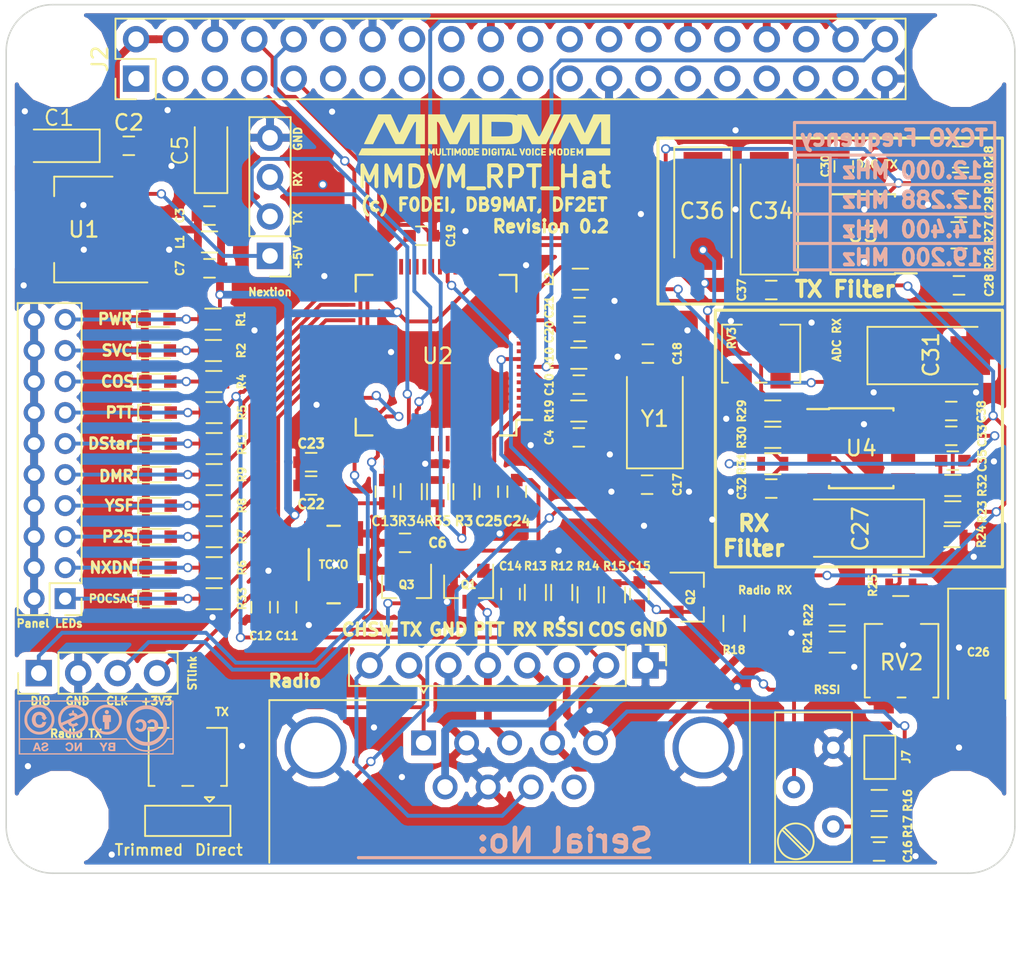
<source format=kicad_pcb>
(kicad_pcb (version 20171130) (host pcbnew "(2018-02-05 revision 1f487593f)-makepkg")
  (title_block (title MMDVM-F7-Hat) (date 2018-07-23) (rev 0.1) (company "DB9MAT, DF2ET") (comment 4 "MMDVM_Hat with integrated STM32F7"))
  (layers (0 F.Cu signal) (31 B.Cu signal) (34 B.Paste user) (35 F.Paste user) (36 B.SilkS user) (37 F.SilkS user) (38 B.Mask user) (39 F.Mask user) (44 Edge.Cuts user))
  (net 0 "")
  (net 1 "Net-(J2-Pad1)")
  (net 2 "Net-(J2-Pad3)")
  (net 3 "Net-(J2-Pad5)")
  (net 4 "Net-(J2-Pad7)")
  (net 5 "Net-(J2-Pad11)")
  (net 6 "Net-(J2-Pad12)")
  (net 7 "Net-(J2-Pad13)")
  (net 8 "Net-(J2-Pad15)")
  (net 9 "Net-(J2-Pad16)")
  (net 10 "Net-(J2-Pad17)")
  (net 11 "Net-(J2-Pad18)")
  (net 12 "Net-(J2-Pad19)")
  (net 13 "Net-(J2-Pad21)")
  (net 14 "Net-(J2-Pad22)")
  (net 15 "Net-(J2-Pad23)")
  (net 16 "Net-(J2-Pad24)")
  (net 17 "Net-(J2-Pad26)")
  (net 18 "Net-(J2-Pad27)")
  (net 19 "Net-(J2-Pad28)")
  (net 20 "Net-(J2-Pad29)")
  (net 21 "Net-(J2-Pad31)")
  (net 22 "Net-(J2-Pad32)")
  (net 23 "Net-(J2-Pad33)")
  (net 24 "Net-(J2-Pad35)")
  (net 25 "Net-(J2-Pad36)")
  (net 26 "Net-(J2-Pad37)")
  (net 27 "Net-(J2-Pad38)")
  (net 28 GND)
  (net 29 +5V)
  (net 30 "Net-(C3-Pad1)")
  (net 31 +3V3)
  (net 32 NRST)
  (net 33 CLOCK)
  (net 34 "Net-(C13-Pad2)")
  (net 35 "Net-(C14-Pad1)")
  (net 36 "Net-(C15-Pad1)")
  (net 37 "Net-(C16-Pad2)")
  (net 38 "Net-(C17-Pad1)")
  (net 39 "Net-(C18-Pad1)")
  (net 40 "Net-(C19-Pad1)")
  (net 41 "Net-(C20-Pad1)")
  (net 42 "Net-(C26-Pad1)")
  (net 43 "Net-(C26-Pad2)")
  (net 44 "Net-(C27-Pad1)")
  (net 45 "Net-(C28-Pad1)")
  (net 46 "Net-(C29-Pad1)")
  (net 47 "Net-(C29-Pad2)")
  (net 48 "Net-(C30-Pad1)")
  (net 49 "Net-(C31-Pad1)")
  (net 50 "Net-(C32-Pad1)")
  (net 51 ADC_RX)
  (net 52 "Net-(C33-Pad1)")
  (net 53 "Net-(C34-Pad2)")
  (net 54 "Net-(C35-Pad1)")
  (net 55 "Net-(C36-Pad2)")
  (net 56 "Net-(D1-Pad2)")
  (net 57 "Net-(D2-Pad2)")
  (net 58 "Net-(D3-Pad2)")
  (net 59 "Net-(D4-Pad2)")
  (net 60 "Net-(D5-Pad2)")
  (net 61 "Net-(D6-Pad2)")
  (net 62 "Net-(D7-Pad2)")
  (net 63 "Net-(D8-Pad2)")
  (net 64 "Net-(D9-Pad2)")
  (net 65 "Net-(J1-Pad9)")
  (net 66 RADIO_COS)
  (net 67 R_RSSI)
  (net 68 RADIO_RX)
  (net 69 RADIO_PTT)
  (net 70 RADIO_TX)
  (net 71 TX)
  (net 72 RX)
  (net 73 TX_NEXTION)
  (net 74 RX_NEXTION)
  (net 75 P25_LED)
  (net 76 YSF_LED)
  (net 77 DMR_LED)
  (net 78 DSTAR_LED)
  (net 79 NXDN_LED)
  (net 80 SVC_LED)
  (net 81 PTT)
  (net 82 COS_LED)
  (net 83 SWCLK)
  (net 84 SWDIO)
  (net 85 "Net-(J7-Pad1)")
  (net 86 "Net-(J8-Pad3)")
  (net 87 COS)
  (net 88 BOOT0)
  (net 89 DAC_TX)
  (net 90 "Net-(R21-Pad1)")
  (net 91 "Net-(R26-Pad2)")
  (net 92 "Net-(R29-Pad1)")
  (net 93 "Net-(R29-Pad2)")
  (net 94 RSSI)
  (net 95 "Net-(RV3-Pad2)")
  (net 96 "Net-(U2-Pad62)")
  (net 97 "Net-(U2-Pad61)")
  (net 98 "Net-(U2-Pad59)")
  (net 99 "Net-(U2-Pad58)")
  (net 100 "Net-(U2-Pad57)")
  (net 101 "Net-(U2-Pad56)")
  (net 102 "Net-(U2-Pad55)")
  (net 103 "Net-(U2-Pad51)")
  (net 104 "Net-(U2-Pad45)")
  (net 105 "Net-(U2-Pad44)")
  (net 106 "Net-(U2-Pad29)")
  (net 107 "Net-(U2-Pad28)")
  (net 108 "Net-(U2-Pad27)")
  (net 109 "Net-(U2-Pad25)")
  (net 110 "Net-(U2-Pad24)")
  (net 111 "Net-(U2-Pad22)")
  (net 112 "Net-(U2-Pad21)")
  (net 113 "Net-(U2-Pad17)")
  (net 114 "Net-(U2-Pad16)")
  (net 115 "Net-(U2-Pad15)")
  (net 116 "Net-(U2-Pad11)")
  (net 117 "Net-(U2-Pad10)")
  (net 118 "Net-(U2-Pad9)")
  (net 119 "Net-(U2-Pad4)")
  (net 120 "Net-(U2-Pad3)")
  (net 121 "Net-(U2-Pad2)")
  (net 122 "Net-(X1-Pad1)")
  (net 123 "Net-(D10-Pad2)")
  (net 124 POCSAG_LED)
  (net 125 "Net-(U2-Pad26)")
  (net 126 "Net-(C6-Pad1)")
  (net 127 RADIO_CH_SW)
  (net 128 CH_SW)
  (module jumper:SolderJumper-2_P1.3mm_Open_TrianglePad1.0x1.5mm (layer F.Cu) (at 75.7 117.825 90)
    (fp_text reference J7 (at 0.025 1.7 90) (layer F.SilkS) (effects (font (size 0.5 0.5) (thickness 0.125))))
    (fp_text value GS2)
    (pad 1 smd custom (at -0.725 0 90) (size 0.3 0.3) (layers F.Cu F.Mask) (net 85 "Net-(J7-Pad1)") (options (clearance outline) (anchor rect)) (primitives (gr_poly (pts (xy -0.5 -0.75) (xy 0.5 -0.75) (xy 1 0) (xy 0.5 0.75) (xy -0.5 0.75)) (width 0))))
    (pad 2 smd custom (at 0.725 0 90) (size 0.3 0.3) (layers F.Cu F.Mask) (net 67 R_RSSI) (options (clearance outline) (anchor rect)) (primitives (gr_poly (pts (xy -0.65 -0.75) (xy 0.5 -0.75) (xy 0.5 0.75) (xy -0.65 0.75) (xy -0.15 0)) (width 0))))
  )
  (module jumper:SolderJumper-3_P2.0mm_Open_TrianglePad1.0x1.5mm (layer F.Cu) (at 31.1 121.9 180)
    (fp_text reference J8 hide)
    (fp_text value GS3)
    (pad 3 smd custom (at 2 0) (size 0.3 0.3) (layers F.Cu F.Mask) (net 86 "Net-(J8-Pad3)") (options (clearance outline) (anchor rect)) (primitives (gr_poly (pts (xy -0.5 -0.75) (xy 0.5 -0.75) (xy 1 0) (xy 0.5 0.75) (xy -0.5 0.75)) (width 0))))
    (pad 2 smd custom (at 0 0 180) (size 0.3 0.3) (layers F.Cu) (net 55 "Net-(C36-Pad2)") (options (clearance outline) (anchor rect)) (primitives (gr_poly (pts (xy -1.2 -0.75) (xy 1.2 -0.75) (xy 0.7 0) (xy 1.2 0.75) (xy -1.2 0.75) (xy -0.7 0)) (width 0))))
    (pad 1 smd custom (at -2 0 180) (size 0.3 0.3) (layers F.Cu F.Mask) (net 70 RADIO_TX) (options (clearance outline) (anchor rect)) (primitives (gr_poly (pts (xy -0.5 -0.75) (xy 0.5 -0.75) (xy 1 0) (xy 0.5 0.75) (xy -0.5 0.75)) (width 0))))
  )
  (module Capacitors_Tantalum_SMD:CP_Tantalum_Case-C_EIA-6032-28_Reflow (layer F.Cu) (at 68.575 82.6 90)
    (fp_text reference C34 (at 0 0.1 180) (layer F.SilkS))
    (fp_text value 47u)
    (pad 1 smd rect (at -2.525 0 90) (size 2.55 2.5) (layers F.Cu F.Paste F.Mask) (net 47 "Net-(C29-Pad2)"))
    (pad 2 smd rect (at 2.525 0 90) (size 2.55 2.5) (layers F.Cu F.Paste F.Mask) (net 53 "Net-(C34-Pad2)"))
  )
  (module Capacitors_Tantalum_SMD:CP_Tantalum_Case-C_EIA-6032-28_Reflow (layer F.Cu) (at 64.3 82.6 270)
    (fp_text reference C36 (at 0 0.05 180) (layer F.SilkS))
    (fp_text value 47u)
    (pad 1 smd rect (at -2.525 0 270) (size 2.55 2.5) (layers F.Cu F.Paste F.Mask) (net 53 "Net-(C34-Pad2)"))
    (pad 2 smd rect (at 2.525 0 270) (size 2.55 2.5) (layers F.Cu F.Paste F.Mask) (net 55 "Net-(C36-Pad2)"))
  )
  (module Capacitors_Tantalum_SMD:CP_Tantalum_Case-C_EIA-6032-28_Reflow (layer F.Cu) (at 79 91.925)
    (fp_text reference C31 (at 0 -0.05 270) (layer F.SilkS))
    (fp_text value 47u)
    (pad 1 smd rect (at -2.525 0) (size 2.55 2.5) (layers F.Cu F.Paste F.Mask) (net 49 "Net-(C31-Pad1)"))
    (pad 2 smd rect (at 2.525 0) (size 2.55 2.5) (layers F.Cu F.Paste F.Mask) (net 28 GND))
  )
  (module Capacitors_Tantalum_SMD:CP_Tantalum_Case-C_EIA-6032-28_Reflow (layer F.Cu) (at 74.45 103.05 180)
    (fp_text reference C27 (at 0 -0.05 270) (layer F.SilkS))
    (fp_text value 47u)
    (pad 1 smd rect (at -2.525 0 180) (size 2.55 2.5) (layers F.Cu F.Paste F.Mask) (net 44 "Net-(C27-Pad1)"))
    (pad 2 smd rect (at 2.525 0 180) (size 2.55 2.5) (layers F.Cu F.Paste F.Mask) (net 28 GND))
  )
  (module Capacitors_Tantalum_SMD:CP_Tantalum_Case-C_EIA-6032-28_Reflow (layer F.Cu) (at 81.95 111.05 270)
    (fp_text reference C26 (at 0 -0.1) (layer F.SilkS) (effects (font (size 0.5 0.5) (thickness 0.125))))
    (fp_text value 47u)
    (pad 1 smd rect (at -2.525 0 270) (size 2.55 2.5) (layers F.Cu F.Paste F.Mask) (net 42 "Net-(C26-Pad1)"))
    (pad 2 smd rect (at 2.525 0 270) (size 2.55 2.5) (layers F.Cu F.Paste F.Mask) (net 43 "Net-(C26-Pad2)"))
  )
  (module Housings_QFP:LQFP-64_10x10mm_Pitch0.5mm (layer F.Cu) (at 47.1 91.9 180)
    (fp_text reference U2 (at -0.1 -0.05 180) (layer F.SilkS))
    (fp_text value STM32F722RETx)
    (pad 64 smd rect (at -3.75 -5.7 270) (size 1 0.25) (layers F.Cu F.Paste F.Mask) (net 31 +3V3))
    (pad 63 smd rect (at -3.25 -5.7 270) (size 1 0.25) (layers F.Cu F.Paste F.Mask) (net 28 GND))
    (pad 62 smd rect (at -2.75 -5.7 270) (size 1 0.25) (layers F.Cu F.Paste F.Mask) (net 96 "Net-(U2-Pad62)"))
    (pad 61 smd rect (at -2.25 -5.7 270) (size 1 0.25) (layers F.Cu F.Paste F.Mask) (net 97 "Net-(U2-Pad61)"))
    (pad 60 smd rect (at -1.75 -5.7 270) (size 1 0.25) (layers F.Cu F.Paste F.Mask) (net 88 BOOT0))
    (pad 59 smd rect (at -1.25 -5.7 270) (size 1 0.25) (layers F.Cu F.Paste F.Mask) (net 98 "Net-(U2-Pad59)"))
    (pad 58 smd rect (at -0.75 -5.7 270) (size 1 0.25) (layers F.Cu F.Paste F.Mask) (net 99 "Net-(U2-Pad58)"))
    (pad 57 smd rect (at -0.25 -5.7 270) (size 1 0.25) (layers F.Cu F.Paste F.Mask) (net 100 "Net-(U2-Pad57)"))
    (pad 56 smd rect (at 0.25 -5.7 270) (size 1 0.25) (layers F.Cu F.Paste F.Mask) (net 101 "Net-(U2-Pad56)"))
    (pad 55 smd rect (at 0.75 -5.7 270) (size 1 0.25) (layers F.Cu F.Paste F.Mask) (net 102 "Net-(U2-Pad55)"))
    (pad 54 smd rect (at 1.25 -5.7 270) (size 1 0.25) (layers F.Cu F.Paste F.Mask) (net 73 TX_NEXTION))
    (pad 53 smd rect (at 1.75 -5.7 270) (size 1 0.25) (layers F.Cu F.Paste F.Mask) (net 74 RX_NEXTION))
    (pad 52 smd rect (at 2.25 -5.7 270) (size 1 0.25) (layers F.Cu F.Paste F.Mask) (net 128 CH_SW))
    (pad 51 smd rect (at 2.75 -5.7 270) (size 1 0.25) (layers F.Cu F.Paste F.Mask) (net 103 "Net-(U2-Pad51)"))
    (pad 50 smd rect (at 3.25 -5.7 270) (size 1 0.25) (layers F.Cu F.Paste F.Mask) (net 33 CLOCK))
    (pad 49 smd rect (at 3.75 -5.7 270) (size 1 0.25) (layers F.Cu F.Paste F.Mask) (net 83 SWCLK))
    (pad 48 smd rect (at 5.7 -3.75 180) (size 1 0.25) (layers F.Cu F.Paste F.Mask) (net 31 +3V3))
    (pad 47 smd rect (at 5.7 -3.25 180) (size 1 0.25) (layers F.Cu F.Paste F.Mask) (net 28 GND))
    (pad 46 smd rect (at 5.7 -2.75 180) (size 1 0.25) (layers F.Cu F.Paste F.Mask) (net 84 SWDIO))
    (pad 45 smd rect (at 5.7 -2.25 180) (size 1 0.25) (layers F.Cu F.Paste F.Mask) (net 104 "Net-(U2-Pad45)"))
    (pad 44 smd rect (at 5.7 -1.75 180) (size 1 0.25) (layers F.Cu F.Paste F.Mask) (net 105 "Net-(U2-Pad44)"))
    (pad 43 smd rect (at 5.7 -1.25 180) (size 1 0.25) (layers F.Cu F.Paste F.Mask) (net 72 RX))
    (pad 42 smd rect (at 5.7 -0.75 180) (size 1 0.25) (layers F.Cu F.Paste F.Mask) (net 71 TX))
    (pad 41 smd rect (at 5.7 -0.25 180) (size 1 0.25) (layers F.Cu F.Paste F.Mask) (net 124 POCSAG_LED))
    (pad 40 smd rect (at 5.7 0.25 180) (size 1 0.25) (layers F.Cu F.Paste F.Mask) (net 79 NXDN_LED))
    (pad 39 smd rect (at 5.7 0.75 180) (size 1 0.25) (layers F.Cu F.Paste F.Mask) (net 75 P25_LED))
    (pad 38 smd rect (at 5.7 1.25 180) (size 1 0.25) (layers F.Cu F.Paste F.Mask) (net 76 YSF_LED))
    (pad 37 smd rect (at 5.7 1.75 180) (size 1 0.25) (layers F.Cu F.Paste F.Mask) (net 77 DMR_LED))
    (pad 36 smd rect (at 5.7 2.25 180) (size 1 0.25) (layers F.Cu F.Paste F.Mask) (net 78 DSTAR_LED))
    (pad 35 smd rect (at 5.7 2.75 180) (size 1 0.25) (layers F.Cu F.Paste F.Mask) (net 81 PTT))
    (pad 34 smd rect (at 5.7 3.25 180) (size 1 0.25) (layers F.Cu F.Paste F.Mask) (net 82 COS_LED))
    (pad 33 smd rect (at 5.7 3.75 180) (size 1 0.25) (layers F.Cu F.Paste F.Mask) (net 80 SVC_LED))
    (pad 32 smd rect (at 3.75 5.7 270) (size 1 0.25) (layers F.Cu F.Paste F.Mask) (net 31 +3V3))
    (pad 31 smd rect (at 3.25 5.7 270) (size 1 0.25) (layers F.Cu F.Paste F.Mask) (net 28 GND))
    (pad 30 smd rect (at 2.75 5.7 270) (size 1 0.25) (layers F.Cu F.Paste F.Mask) (net 40 "Net-(C19-Pad1)"))
    (pad 29 smd rect (at 2.25 5.7 270) (size 1 0.25) (layers F.Cu F.Paste F.Mask) (net 106 "Net-(U2-Pad29)"))
    (pad 28 smd rect (at 1.75 5.7 270) (size 1 0.25) (layers F.Cu F.Paste F.Mask) (net 107 "Net-(U2-Pad28)"))
    (pad 27 smd rect (at 1.25 5.7 270) (size 1 0.25) (layers F.Cu F.Paste F.Mask) (net 108 "Net-(U2-Pad27)"))
    (pad 26 smd rect (at 0.75 5.7 270) (size 1 0.25) (layers F.Cu F.Paste F.Mask) (net 125 "Net-(U2-Pad26)"))
    (pad 25 smd rect (at 0.25 5.7 270) (size 1 0.25) (layers F.Cu F.Paste F.Mask) (net 109 "Net-(U2-Pad25)"))
    (pad 24 smd rect (at -0.25 5.7 270) (size 1 0.25) (layers F.Cu F.Paste F.Mask) (net 110 "Net-(U2-Pad24)"))
    (pad 23 smd rect (at -0.75 5.7 270) (size 1 0.25) (layers F.Cu F.Paste F.Mask) (net 94 RSSI))
    (pad 22 smd rect (at -1.25 5.7 270) (size 1 0.25) (layers F.Cu F.Paste F.Mask) (net 111 "Net-(U2-Pad22)"))
    (pad 21 smd rect (at -1.75 5.7 270) (size 1 0.25) (layers F.Cu F.Paste F.Mask) (net 112 "Net-(U2-Pad21)"))
    (pad 20 smd rect (at -2.25 5.7 270) (size 1 0.25) (layers F.Cu F.Paste F.Mask) (net 89 DAC_TX))
    (pad 19 smd rect (at -2.75 5.7 270) (size 1 0.25) (layers F.Cu F.Paste F.Mask) (net 31 +3V3))
    (pad 18 smd rect (at -3.25 5.7 270) (size 1 0.25) (layers F.Cu F.Paste F.Mask) (net 28 GND))
    (pad 17 smd rect (at -3.75 5.7 270) (size 1 0.25) (layers F.Cu F.Paste F.Mask) (net 113 "Net-(U2-Pad17)"))
    (pad 16 smd rect (at -5.7 3.75 180) (size 1 0.25) (layers F.Cu F.Paste F.Mask) (net 114 "Net-(U2-Pad16)"))
    (pad 15 smd rect (at -5.7 3.25 180) (size 1 0.25) (layers F.Cu F.Paste F.Mask) (net 115 "Net-(U2-Pad15)"))
    (pad 14 smd rect (at -5.7 2.75 180) (size 1 0.25) (layers F.Cu F.Paste F.Mask) (net 51 ADC_RX))
    (pad 13 smd rect (at -5.7 2.25 180) (size 1 0.25) (layers F.Cu F.Paste F.Mask) (net 41 "Net-(C20-Pad1)"))
    (pad 12 smd rect (at -5.7 1.75 180) (size 1 0.25) (layers F.Cu F.Paste F.Mask) (net 28 GND))
    (pad 11 smd rect (at -5.7 1.25 180) (size 1 0.25) (layers F.Cu F.Paste F.Mask) (net 116 "Net-(U2-Pad11)"))
    (pad 10 smd rect (at -5.7 0.75 180) (size 1 0.25) (layers F.Cu F.Paste F.Mask) (net 117 "Net-(U2-Pad10)"))
    (pad 9 smd rect (at -5.7 0.25 180) (size 1 0.25) (layers F.Cu F.Paste F.Mask) (net 118 "Net-(U2-Pad9)"))
    (pad 8 smd rect (at -5.7 -0.25 180) (size 1 0.25) (layers F.Cu F.Paste F.Mask) (net 87 COS))
    (pad 7 smd rect (at -5.7 -0.75 180) (size 1 0.25) (layers F.Cu F.Paste F.Mask) (net 32 NRST))
    (pad 6 smd rect (at -5.7 -1.25 180) (size 1 0.25) (layers F.Cu F.Paste F.Mask) (net 39 "Net-(C18-Pad1)"))
    (pad 5 smd rect (at -5.7 -1.75 180) (size 1 0.25) (layers F.Cu F.Paste F.Mask) (net 38 "Net-(C17-Pad1)"))
    (pad 4 smd rect (at -5.7 -2.25 180) (size 1 0.25) (layers F.Cu F.Paste F.Mask) (net 119 "Net-(U2-Pad4)"))
    (pad 3 smd rect (at -5.7 -2.75 180) (size 1 0.25) (layers F.Cu F.Paste F.Mask) (net 120 "Net-(U2-Pad3)"))
    (pad 2 smd rect (at -5.7 -3.25 180) (size 1 0.25) (layers F.Cu F.Paste F.Mask) (net 121 "Net-(U2-Pad2)"))
    (pad 1 smd rect (at -5.7 -3.75 180) (size 1 0.25) (layers F.Cu F.Paste F.Mask) (net 31 +3V3))
  )
  (module RPi_Hat:RPi_Hat_Mounting_Hole (layer F.Cu) (at 80.9 72.8)
    (fp_text reference "" hide)
    (fp_text value "" hide)
    (pad "" np_thru_hole circle (at 0 0) (size 2.75 2.75) (drill 2.75) (layers *.Cu *.Mask) (clearance 1.725))
  )
  (module RPi_Hat:RPi_Hat_Mounting_Hole (layer F.Cu) (at 80.9 121.8)
    (fp_text reference "" hide)
    (fp_text value "" hide)
    (pad "" np_thru_hole circle (at 0 0) (size 2.75 2.75) (drill 2.75) (layers *.Cu *.Mask) (clearance 1.725))
  )
  (module RPi_Hat:RPi_Hat_Mounting_Hole (layer F.Cu) (at 22.9 121.8)
    (fp_text reference "" hide)
    (fp_text value "" hide)
    (pad "" np_thru_hole circle (at 0 0) (size 2.75 2.75) (drill 2.75) (layers *.Cu *.Mask) (clearance 1.725))
  )
  (module RPi_Hat:RPi_Hat_Mounting_Hole (layer F.Cu) (at 22.9 72.8)
    (fp_text reference "" hide)
    (fp_text value "" hide)
    (pad "" np_thru_hole circle (at 0 0) (size 2.75 2.75) (drill 2.75) (layers *.Cu *.Mask) (clearance 1.725))
  )
  (module Capacitors_Tantalum_SMD:CP_Tantalum_Case-A_EIA-3216-18_Reflow (layer F.Cu) (at 22.775 78.4 180)
    (fp_text reference C1 (at -0.025 1.8) (layer F.SilkS) (effects (font (thickness 0.125))))
    (fp_text value 10u)
    (pad 2 smd rect (at 1.375 0 180) (size 1.95 1.5) (layers F.Cu F.Paste F.Mask) (net 28 GND))
    (pad 1 smd rect (at -1.375 0 180) (size 1.95 1.5) (layers F.Cu F.Paste F.Mask) (net 29 +5V))
  )
  (module Capacitors_SMD:C_0603 (layer F.Cu) (at 27.3 78.4)
    (fp_text reference C2 (at 0 -1.5) (layer F.SilkS))
    (fp_text value 100n)
    (pad 2 smd rect (at 0.75 0) (size 0.8 0.75) (layers F.Cu F.Paste F.Mask) (net 28 GND))
    (pad 1 smd rect (at -0.75 0) (size 0.8 0.75) (layers F.Cu F.Paste F.Mask) (net 29 +5V))
  )
  (module Capacitors_SMD:C_0603 (layer F.Cu) (at 32.5 82.9)
    (fp_text reference C3 (at -1.9 0 90) (layer F.SilkS) (effects (font (size 0.5 0.5) (thickness 0.125))))
    (fp_text value 100n)
    (pad 1 smd rect (at -0.75 0) (size 0.8 0.75) (layers F.Cu F.Paste F.Mask) (net 30 "Net-(C3-Pad1)"))
    (pad 2 smd rect (at 0.75 0) (size 0.8 0.75) (layers F.Cu F.Paste F.Mask) (net 28 GND))
  )
  (module Capacitors_SMD:C_0603 (layer F.Cu) (at 56.3 97.2 180)
    (fp_text reference C4 (at 1.9 0 270) (layer F.SilkS) (effects (font (size 0.5 0.5) (thickness 0.125))))
    (fp_text value 100n)
    (pad 1 smd rect (at -0.75 0 180) (size 0.8 0.75) (layers F.Cu F.Paste F.Mask) (net 28 GND))
    (pad 2 smd rect (at 0.75 0 180) (size 0.8 0.75) (layers F.Cu F.Paste F.Mask) (net 31 +3V3))
  )
  (module Capacitors_Tantalum_SMD:CP_Tantalum_Case-A_EIA-3216-18_Reflow (layer F.Cu) (at 32.6 78.8 90)
    (fp_text reference C5 (at 0.1 -2 90) (layer F.SilkS) (effects (font (thickness 0.125))))
    (fp_text value 10u)
    (pad 1 smd rect (at -1.375 0 90) (size 1.95 1.5) (layers F.Cu F.Paste F.Mask) (net 30 "Net-(C3-Pad1)"))
    (pad 2 smd rect (at 1.375 0 90) (size 1.95 1.5) (layers F.Cu F.Paste F.Mask) (net 28 GND))
  )
  (module Capacitors_SMD:C_0603 (layer F.Cu) (at 32.5 86.3 180)
    (fp_text reference C7 (at 1.9 0 270) (layer F.SilkS) (effects (font (size 0.5 0.5) (thickness 0.125))))
    (fp_text value 10u)
    (pad 2 smd rect (at 0.75 0 180) (size 0.8 0.75) (layers F.Cu F.Paste F.Mask) (net 28 GND))
    (pad 1 smd rect (at -0.75 0 180) (size 0.8 0.75) (layers F.Cu F.Paste F.Mask) (net 31 +3V3))
  )
  (module Capacitors_SMD:C_0603 (layer F.Cu) (at 56.3 93.8)
    (fp_text reference C10 (at -1.9 0 90) (layer F.SilkS) (effects (font (size 0.5 0.5) (thickness 0.125))))
    (fp_text value 100n)
    (pad 1 smd rect (at -0.75 0) (size 0.8 0.75) (layers F.Cu F.Paste F.Mask) (net 32 NRST))
    (pad 2 smd rect (at 0.75 0) (size 0.8 0.75) (layers F.Cu F.Paste F.Mask) (net 28 GND))
  )
  (module Capacitors_SMD:C_0603 (layer F.Cu) (at 37.5 108.15 270)
    (fp_text reference C11 (at 1.85 0) (layer F.SilkS) (effects (font (size 0.5 0.5) (thickness 0.125))))
    (fp_text value 4u7)
    (pad 1 smd rect (at -0.75 0 270) (size 0.8 0.75) (layers F.Cu F.Paste F.Mask) (net 31 +3V3))
    (pad 2 smd rect (at 0.75 0 270) (size 0.8 0.75) (layers F.Cu F.Paste F.Mask) (net 28 GND))
  )
  (module Capacitors_SMD:C_0603 (layer F.Cu) (at 35.8 108.15 270)
    (fp_text reference C12 (at 1.85 0) (layer F.SilkS) (effects (font (size 0.5 0.5) (thickness 0.125))))
    (fp_text value 100n)
    (pad 2 smd rect (at 0.75 0 270) (size 0.8 0.75) (layers F.Cu F.Paste F.Mask) (net 28 GND))
    (pad 1 smd rect (at -0.75 0 270) (size 0.8 0.75) (layers F.Cu F.Paste F.Mask) (net 31 +3V3))
  )
  (module Capacitors_SMD:C_0603 (layer F.Cu) (at 43.8 100.7 270)
    (fp_text reference C13 (at 1.9 0) (layer F.SilkS) (effects (font (size 0.6 0.6) (thickness 0.125))))
    (fp_text value 100n)
    (pad 1 smd rect (at -0.75 0 270) (size 0.8 0.75) (layers F.Cu F.Paste F.Mask) (net 33 CLOCK))
    (pad 2 smd rect (at 0.75 0 270) (size 0.8 0.75) (layers F.Cu F.Paste F.Mask) (net 34 "Net-(C13-Pad2)"))
  )
  (module Capacitors_SMD:C_0603 (layer F.Cu) (at 51.9 107.3 270)
    (fp_text reference C14 (at -1.8 0) (layer F.SilkS) (effects (font (size 0.5 0.5) (thickness 0.125))))
    (fp_text value 470p)
    (pad 2 smd rect (at 0.75 0 270) (size 0.8 0.75) (layers F.Cu F.Paste F.Mask) (net 28 GND))
    (pad 1 smd rect (at -0.75 0 270) (size 0.8 0.75) (layers F.Cu F.Paste F.Mask) (net 35 "Net-(C14-Pad1)"))
  )
  (module Capacitors_SMD:C_0603 (layer F.Cu) (at 60.2 107.3 270)
    (fp_text reference C15 (at -1.8 0) (layer F.SilkS) (effects (font (size 0.5 0.5) (thickness 0.125))))
    (fp_text value 470p)
    (pad 1 smd rect (at -0.75 0 270) (size 0.8 0.75) (layers F.Cu F.Paste F.Mask) (net 36 "Net-(C15-Pad1)"))
    (pad 2 smd rect (at 0.75 0 270) (size 0.8 0.75) (layers F.Cu F.Paste F.Mask) (net 28 GND))
  )
  (module Capacitors_SMD:C_0603 (layer F.Cu) (at 75.65 123.9 180)
    (fp_text reference C16 (at -1.85 0 270) (layer F.SilkS) (effects (font (size 0.5 0.5) (thickness 0.125))))
    (fp_text value 100n)
    (pad 2 smd rect (at 0.75 0 180) (size 0.8 0.75) (layers F.Cu F.Paste F.Mask) (net 37 "Net-(C16-Pad2)"))
    (pad 1 smd rect (at -0.75 0 180) (size 0.8 0.75) (layers F.Cu F.Paste F.Mask) (net 28 GND))
  )
  (module Capacitors_SMD:C_0603 (layer F.Cu) (at 60.7 100.25)
    (fp_text reference C17 (at 1.95 0 90) (layer F.SilkS) (effects (font (size 0.5 0.5) (thickness 0.125))))
    (fp_text value 20p)
    (pad 1 smd rect (at -0.75 0) (size 0.8 0.75) (layers F.Cu F.Paste F.Mask) (net 38 "Net-(C17-Pad1)"))
    (pad 2 smd rect (at 0.75 0) (size 0.8 0.75) (layers F.Cu F.Paste F.Mask) (net 28 GND))
  )
  (module Capacitors_SMD:C_0603 (layer F.Cu) (at 60.75 91.8)
    (fp_text reference C18 (at 1.9 0 90) (layer F.SilkS) (effects (font (size 0.5 0.5) (thickness 0.125))))
    (fp_text value 20p)
    (pad 2 smd rect (at 0.75 0) (size 0.8 0.75) (layers F.Cu F.Paste F.Mask) (net 28 GND))
    (pad 1 smd rect (at -0.75 0) (size 0.8 0.75) (layers F.Cu F.Paste F.Mask) (net 39 "Net-(C18-Pad1)"))
  )
  (module Capacitors_SMD:C_0603 (layer F.Cu) (at 46.15 84.2)
    (fp_text reference C19 (at 1.9 0 -270) (layer F.SilkS) (effects (font (size 0.5 0.5) (thickness 0.125))))
    (fp_text value 4u7)
    (pad 1 smd rect (at -0.75 0) (size 0.8 0.75) (layers F.Cu F.Paste F.Mask) (net 40 "Net-(C19-Pad1)"))
    (pad 2 smd rect (at 0.75 0) (size 0.8 0.75) (layers F.Cu F.Paste F.Mask) (net 28 GND))
  )
  (module Capacitors_SMD:C_0603 (layer F.Cu) (at 56.35 90.4)
    (fp_text reference C20 (at -1.95 0 90) (layer F.SilkS) (effects (font (size 0.5 0.5) (thickness 0.125))))
    (fp_text value 4u7)
    (pad 1 smd rect (at -0.75 0) (size 0.8 0.75) (layers F.Cu F.Paste F.Mask) (net 41 "Net-(C20-Pad1)"))
    (pad 2 smd rect (at 0.75 0) (size 0.8 0.75) (layers F.Cu F.Paste F.Mask) (net 28 GND))
  )
  (module Capacitors_SMD:C_0603 (layer F.Cu) (at 56.35 88.8)
    (fp_text reference C21 (at -1.95 0 90) (layer F.SilkS) (effects (font (size 0.5 0.5) (thickness 0.125))))
    (fp_text value 100n)
    (pad 2 smd rect (at 0.75 0) (size 0.8 0.75) (layers F.Cu F.Paste F.Mask) (net 28 GND))
    (pad 1 smd rect (at -0.75 0) (size 0.8 0.75) (layers F.Cu F.Paste F.Mask) (net 41 "Net-(C20-Pad1)"))
  )
  (module Capacitors_SMD:C_0603 (layer F.Cu) (at 39.05 100.3)
    (fp_text reference C22 (at 0 1.2) (layer F.SilkS) (effects (font (size 0.6 0.6))))
    (fp_text value 100n)
    (pad 1 smd rect (at -0.75 0) (size 0.8 0.75) (layers F.Cu F.Paste F.Mask) (net 28 GND))
    (pad 2 smd rect (at 0.75 0) (size 0.8 0.75) (layers F.Cu F.Paste F.Mask) (net 31 +3V3))
  )
  (module Capacitors_SMD:C_0603 (layer F.Cu) (at 39.05 98.8)
    (fp_text reference C23 (at 0 -1.2) (layer F.SilkS) (effects (font (size 0.6 0.6))))
    (fp_text value 4u7)
    (pad 2 smd rect (at 0.75 0) (size 0.8 0.75) (layers F.Cu F.Paste F.Mask) (net 31 +3V3))
    (pad 1 smd rect (at -0.75 0) (size 0.8 0.75) (layers F.Cu F.Paste F.Mask) (net 28 GND))
  )
  (module Capacitors_SMD:C_0603 (layer F.Cu) (at 52.3 100.7 90)
    (fp_text reference C24 (at -1.9 0 180) (layer F.SilkS) (effects (font (size 0.6 0.6))))
    (fp_text value 100n)
    (pad 1 smd rect (at -0.75 0 90) (size 0.8 0.75) (layers F.Cu F.Paste F.Mask) (net 28 GND))
    (pad 2 smd rect (at 0.75 0 90) (size 0.8 0.75) (layers F.Cu F.Paste F.Mask) (net 31 +3V3))
  )
  (module Capacitors_SMD:C_0603 (layer F.Cu) (at 50.5 100.7 90)
    (fp_text reference C25 (at -1.9 0 180) (layer F.SilkS) (effects (font (size 0.6 0.6))))
    (fp_text value 4u7)
    (pad 2 smd rect (at 0.75 0 90) (size 0.8 0.75) (layers F.Cu F.Paste F.Mask) (net 31 +3V3))
    (pad 1 smd rect (at -0.75 0 90) (size 0.8 0.75) (layers F.Cu F.Paste F.Mask) (net 28 GND))
  )
  (module LEDs:LED_0603 (layer F.Cu) (at 29.125 89.575)
    (fp_text reference D1 hide)
    (fp_text value PWR)
    (pad 1 smd rect (at -0.8 0 180) (size 0.8 0.8) (layers F.Cu F.Paste F.Mask) (net 28 GND))
    (pad 2 smd rect (at 0.8 0 180) (size 0.8 0.8) (layers F.Cu F.Paste F.Mask) (net 56 "Net-(D1-Pad2)"))
  )
  (module LEDs:LED_0603 (layer F.Cu) (at 29.15 91.6)
    (fp_text reference D2 hide)
    (fp_text value SVC)
    (pad 2 smd rect (at 0.8 0 180) (size 0.8 0.8) (layers F.Cu F.Paste F.Mask) (net 57 "Net-(D2-Pad2)"))
    (pad 1 smd rect (at -0.8 0 180) (size 0.8 0.8) (layers F.Cu F.Paste F.Mask) (net 28 GND))
  )
  (module LEDs:LED_0603 (layer F.Cu) (at 29.175 93.6)
    (fp_text reference D3 hide)
    (fp_text value COS)
    (pad 1 smd rect (at -0.8 0 180) (size 0.8 0.8) (layers F.Cu F.Paste F.Mask) (net 28 GND))
    (pad 2 smd rect (at 0.8 0 180) (size 0.8 0.8) (layers F.Cu F.Paste F.Mask) (net 58 "Net-(D3-Pad2)"))
  )
  (module LEDs:LED_0603 (layer F.Cu) (at 29.2 95.6)
    (fp_text reference D4 hide)
    (fp_text value PTT)
    (pad 2 smd rect (at 0.8 0 180) (size 0.8 0.8) (layers F.Cu F.Paste F.Mask) (net 59 "Net-(D4-Pad2)"))
    (pad 1 smd rect (at -0.8 0 180) (size 0.8 0.8) (layers F.Cu F.Paste F.Mask) (net 28 GND))
  )
  (module LEDs:LED_0603 (layer F.Cu) (at 29.2 105.6)
    (fp_text reference D5 hide)
    (fp_text value NXDN)
    (pad 1 smd rect (at -0.8 0 180) (size 0.8 0.8) (layers F.Cu F.Paste F.Mask) (net 28 GND))
    (pad 2 smd rect (at 0.8 0 180) (size 0.8 0.8) (layers F.Cu F.Paste F.Mask) (net 60 "Net-(D5-Pad2)"))
  )
  (module LEDs:LED_0603 (layer F.Cu) (at 29.2 103.6)
    (fp_text reference D6 hide)
    (fp_text value P25)
    (pad 1 smd rect (at -0.8 0 180) (size 0.8 0.8) (layers F.Cu F.Paste F.Mask) (net 28 GND))
    (pad 2 smd rect (at 0.8 0 180) (size 0.8 0.8) (layers F.Cu F.Paste F.Mask) (net 61 "Net-(D6-Pad2)"))
  )
  (module LEDs:LED_0603 (layer F.Cu) (at 29.2 101.6)
    (fp_text reference D7 hide)
    (fp_text value YSF)
    (pad 2 smd rect (at 0.8 0 180) (size 0.8 0.8) (layers F.Cu F.Paste F.Mask) (net 62 "Net-(D7-Pad2)"))
    (pad 1 smd rect (at -0.8 0 180) (size 0.8 0.8) (layers F.Cu F.Paste F.Mask) (net 28 GND))
  )
  (module LEDs:LED_0603 (layer F.Cu) (at 29.2 99.6)
    (fp_text reference D8 hide)
    (fp_text value DMR)
    (pad 1 smd rect (at -0.8 0 180) (size 0.8 0.8) (layers F.Cu F.Paste F.Mask) (net 28 GND))
    (pad 2 smd rect (at 0.8 0 180) (size 0.8 0.8) (layers F.Cu F.Paste F.Mask) (net 63 "Net-(D8-Pad2)"))
  )
  (module LEDs:LED_0603 (layer F.Cu) (at 29.2 97.6)
    (fp_text reference D9 hide)
    (fp_text value DSTAR)
    (pad 2 smd rect (at 0.8 0 180) (size 0.8 0.8) (layers F.Cu F.Paste F.Mask) (net 64 "Net-(D9-Pad2)"))
    (pad 1 smd rect (at -0.8 0 180) (size 0.8 0.8) (layers F.Cu F.Paste F.Mask) (net 28 GND))
  )
  (module Connectors_DSub:DSUB-9_Male_Horizontal_Pitch2.77x2.84mm_EdgePinOffset4.94mm_Housed_MountingHolesOffset7.48mm (layer F.Cu) (at 46.3 116.9)
    (fp_text reference J1 hide)
    (fp_text value Radio)
    (pad 0 thru_hole circle (at 18.04 0.3) (size 4 4) (drill 3.2) (layers *.Cu *.Mask) (net 28 GND))
    (pad 0 thru_hole circle (at -6.96 0.3) (size 4 4) (drill 3.2) (layers *.Cu *.Mask) (net 28 GND))
    (pad 9 thru_hole circle (at 9.695 2.84) (size 1.6 1.6) (drill 1) (layers *.Cu *.Mask) (net 65 "Net-(J1-Pad9)"))
    (pad 8 thru_hole circle (at 6.925 2.84) (size 1.6 1.6) (drill 1) (layers *.Cu *.Mask) (net 127 RADIO_CH_SW))
    (pad 7 thru_hole circle (at 4.155 2.84) (size 1.6 1.6) (drill 1) (layers *.Cu *.Mask) (net 28 GND))
    (pad 6 thru_hole circle (at 1.385 2.84) (size 1.6 1.6) (drill 1) (layers *.Cu *.Mask) (net 66 RADIO_COS))
    (pad 5 thru_hole circle (at 11.08 0) (size 1.6 1.6) (drill 1) (layers *.Cu *.Mask) (net 67 R_RSSI))
    (pad 4 thru_hole circle (at 8.31 0) (size 1.6 1.6) (drill 1) (layers *.Cu *.Mask) (net 68 RADIO_RX))
    (pad 3 thru_hole circle (at 5.54 0) (size 1.6 1.6) (drill 1) (layers *.Cu *.Mask) (net 69 RADIO_PTT))
    (pad 2 thru_hole circle (at 2.77 0) (size 1.6 1.6) (drill 1) (layers *.Cu *.Mask) (net 28 GND))
    (pad 1 thru_hole rect (at 0 0) (size 1.6 1.6) (drill 1) (layers *.Cu *.Mask) (net 70 RADIO_TX))
  )
  (module Pin_Headers:Pin_Header_Straight_2x20_Pitch2.54mm (layer F.Cu) (at 27.77 74.07 90)
    (fp_text reference J2 (at 1.27 -2.33 90) (layer F.SilkS))
    (fp_text value Raspberry_Pi_2_3)
    (pad 40 thru_hole oval (at 2.54 48.26 90) (size 1.7 1.7) (drill 1) (layers *.Cu *.Mask) (net 32 NRST))
    (pad 39 thru_hole oval (at 0 48.26 90) (size 1.7 1.7) (drill 1) (layers *.Cu *.Mask) (net 28 GND))
    (pad 38 thru_hole oval (at 2.54 45.72 90) (size 1.7 1.7) (drill 1) (layers *.Cu *.Mask) (net 27 "Net-(J2-Pad38)"))
    (pad 37 thru_hole oval (at 0 45.72 90) (size 1.7 1.7) (drill 1) (layers *.Cu *.Mask) (net 26 "Net-(J2-Pad37)"))
    (pad 36 thru_hole oval (at 2.54 43.18 90) (size 1.7 1.7) (drill 1) (layers *.Cu *.Mask) (net 25 "Net-(J2-Pad36)"))
    (pad 35 thru_hole oval (at 0 43.18 90) (size 1.7 1.7) (drill 1) (layers *.Cu *.Mask) (net 24 "Net-(J2-Pad35)"))
    (pad 34 thru_hole oval (at 2.54 40.64 90) (size 1.7 1.7) (drill 1) (layers *.Cu *.Mask) (net 28 GND))
    (pad 33 thru_hole oval (at 0 40.64 90) (size 1.7 1.7) (drill 1) (layers *.Cu *.Mask) (net 23 "Net-(J2-Pad33)"))
    (pad 32 thru_hole oval (at 2.54 38.1 90) (size 1.7 1.7) (drill 1) (layers *.Cu *.Mask) (net 22 "Net-(J2-Pad32)"))
    (pad 31 thru_hole oval (at 0 38.1 90) (size 1.7 1.7) (drill 1) (layers *.Cu *.Mask) (net 21 "Net-(J2-Pad31)"))
    (pad 30 thru_hole oval (at 2.54 35.56 90) (size 1.7 1.7) (drill 1) (layers *.Cu *.Mask) (net 28 GND))
    (pad 29 thru_hole oval (at 0 35.56 90) (size 1.7 1.7) (drill 1) (layers *.Cu *.Mask) (net 20 "Net-(J2-Pad29)"))
    (pad 28 thru_hole oval (at 2.54 33.02 90) (size 1.7 1.7) (drill 1) (layers *.Cu *.Mask) (net 19 "Net-(J2-Pad28)"))
    (pad 27 thru_hole oval (at 0 33.02 90) (size 1.7 1.7) (drill 1) (layers *.Cu *.Mask) (net 18 "Net-(J2-Pad27)"))
    (pad 26 thru_hole oval (at 2.54 30.48 90) (size 1.7 1.7) (drill 1) (layers *.Cu *.Mask) (net 17 "Net-(J2-Pad26)"))
    (pad 25 thru_hole oval (at 0 30.48 90) (size 1.7 1.7) (drill 1) (layers *.Cu *.Mask) (net 28 GND))
    (pad 24 thru_hole oval (at 2.54 27.94 90) (size 1.7 1.7) (drill 1) (layers *.Cu *.Mask) (net 16 "Net-(J2-Pad24)"))
    (pad 23 thru_hole oval (at 0 27.94 90) (size 1.7 1.7) (drill 1) (layers *.Cu *.Mask) (net 15 "Net-(J2-Pad23)"))
    (pad 22 thru_hole oval (at 2.54 25.4 90) (size 1.7 1.7) (drill 1) (layers *.Cu *.Mask) (net 14 "Net-(J2-Pad22)"))
    (pad 21 thru_hole oval (at 0 25.4 90) (size 1.7 1.7) (drill 1) (layers *.Cu *.Mask) (net 13 "Net-(J2-Pad21)"))
    (pad 20 thru_hole oval (at 2.54 22.86 90) (size 1.7 1.7) (drill 1) (layers *.Cu *.Mask) (net 28 GND))
    (pad 19 thru_hole oval (at 0 22.86 90) (size 1.7 1.7) (drill 1) (layers *.Cu *.Mask) (net 12 "Net-(J2-Pad19)"))
    (pad 18 thru_hole oval (at 2.54 20.32 90) (size 1.7 1.7) (drill 1) (layers *.Cu *.Mask) (net 11 "Net-(J2-Pad18)"))
    (pad 17 thru_hole oval (at 0 20.32 90) (size 1.7 1.7) (drill 1) (layers *.Cu *.Mask) (net 10 "Net-(J2-Pad17)"))
    (pad 16 thru_hole oval (at 2.54 17.78 90) (size 1.7 1.7) (drill 1) (layers *.Cu *.Mask) (net 9 "Net-(J2-Pad16)"))
    (pad 15 thru_hole oval (at 0 17.78 90) (size 1.7 1.7) (drill 1) (layers *.Cu *.Mask) (net 8 "Net-(J2-Pad15)"))
    (pad 14 thru_hole oval (at 2.54 15.24 90) (size 1.7 1.7) (drill 1) (layers *.Cu *.Mask) (net 28 GND))
    (pad 13 thru_hole oval (at 0 15.24 90) (size 1.7 1.7) (drill 1) (layers *.Cu *.Mask) (net 7 "Net-(J2-Pad13)"))
    (pad 12 thru_hole oval (at 2.54 12.7 90) (size 1.7 1.7) (drill 1) (layers *.Cu *.Mask) (net 6 "Net-(J2-Pad12)"))
    (pad 11 thru_hole oval (at 0 12.7 90) (size 1.7 1.7) (drill 1) (layers *.Cu *.Mask) (net 5 "Net-(J2-Pad11)"))
    (pad 10 thru_hole oval (at 2.54 10.16 90) (size 1.7 1.7) (drill 1) (layers *.Cu *.Mask) (net 71 TX))
    (pad 9 thru_hole oval (at 0 10.16 90) (size 1.7 1.7) (drill 1) (layers *.Cu *.Mask) (net 28 GND))
    (pad 8 thru_hole oval (at 2.54 7.62 90) (size 1.7 1.7) (drill 1) (layers *.Cu *.Mask) (net 72 RX))
    (pad 7 thru_hole oval (at 0 7.62 90) (size 1.7 1.7) (drill 1) (layers *.Cu *.Mask) (net 4 "Net-(J2-Pad7)"))
    (pad 6 thru_hole oval (at 2.54 5.08 90) (size 1.7 1.7) (drill 1) (layers *.Cu *.Mask) (net 28 GND))
    (pad 5 thru_hole oval (at 0 5.08 90) (size 1.7 1.7) (drill 1) (layers *.Cu *.Mask) (net 3 "Net-(J2-Pad5)"))
    (pad 4 thru_hole oval (at 2.54 2.54 90) (size 1.7 1.7) (drill 1) (layers *.Cu *.Mask) (net 29 +5V))
    (pad 3 thru_hole oval (at 0 2.54 90) (size 1.7 1.7) (drill 1) (layers *.Cu *.Mask) (net 2 "Net-(J2-Pad3)"))
    (pad 2 thru_hole oval (at 2.54 0 90) (size 1.7 1.7) (drill 1) (layers *.Cu *.Mask) (net 29 +5V))
    (pad 1 thru_hole rect (at 0 0 90) (size 1.7 1.7) (drill 1) (layers *.Cu *.Mask) (net 1 "Net-(J2-Pad1)"))
  )
  (module Pin_Headers:Pin_Header_Straight_1x04_Pitch2.54mm (layer F.Cu) (at 36.4 85.5 180)
    (fp_text reference Nextion (at 0 -2.33 180) (layer F.SilkS) (effects (font (size 0.5 0.5) (thickness 0.125))))
    (fp_text value "Serial Display")
    (pad 1 thru_hole rect (at 0 0 180) (size 1.7 1.7) (drill 1) (layers *.Cu *.Mask) (net 29 +5V))
    (pad 2 thru_hole oval (at 0 2.54 180) (size 1.7 1.7) (drill 1) (layers *.Cu *.Mask) (net 73 TX_NEXTION))
    (pad 3 thru_hole oval (at 0 5.08 180) (size 1.7 1.7) (drill 1) (layers *.Cu *.Mask) (net 74 RX_NEXTION))
    (pad 4 thru_hole oval (at 0 7.62 180) (size 1.7 1.7) (drill 1) (layers *.Cu *.Mask) (net 28 GND))
  )
  (module Pin_Headers:Pin_Header_Straight_1x04_Pitch2.54mm (layer F.Cu) (at 21.5 112.4 90)
    (fp_text reference STlink (at 0 9.9 90) (layer F.SilkS) (effects (font (size 0.5 0.5) (thickness 0.125))))
    (fp_text value STLink)
    (pad 4 thru_hole oval (at 0 7.62 90) (size 1.7 1.7) (drill 1) (layers *.Cu *.Mask) (net 31 +3V3))
    (pad 3 thru_hole oval (at 0 5.08 90) (size 1.7 1.7) (drill 1) (layers *.Cu *.Mask) (net 83 SWCLK))
    (pad 2 thru_hole oval (at 0 2.54 90) (size 1.7 1.7) (drill 1) (layers *.Cu *.Mask) (net 28 GND))
    (pad 1 thru_hole rect (at 0 0 90) (size 1.7 1.7) (drill 1) (layers *.Cu *.Mask) (net 84 SWDIO))
  )
  (module Inductors_SMD:L_0603 (layer F.Cu) (at 32.5 84.6)
    (fp_text reference L1 (at -1.9 0 90) (layer F.SilkS) (effects (font (size 0.5 0.5) (thickness 0.125))))
    (fp_text value 10u)
    (pad 2 smd rect (at 0.75 0) (size 0.5 0.9) (layers F.Cu F.Paste F.Mask) (net 31 +3V3))
    (pad 1 smd rect (at -0.75 0) (size 0.5 0.9) (layers F.Cu F.Paste F.Mask) (net 30 "Net-(C3-Pad1)"))
  )
  (module Inductors_SMD:L_0603 (layer F.Cu) (at 56.4 87 180)
    (fp_text reference L2 (at 2 0 -90) (layer F.SilkS) (effects (font (size 0.5 0.5) (thickness 0.125))))
    (fp_text value "600R, 500mA")
    (pad 1 smd rect (at -0.75 0 180) (size 0.5 0.9) (layers F.Cu F.Paste F.Mask) (net 31 +3V3))
    (pad 2 smd rect (at 0.75 0 180) (size 0.5 0.9) (layers F.Cu F.Paste F.Mask) (net 41 "Net-(C20-Pad1)"))
  )
  (module TO_SOT_Packages_SMD:SOT-23 (layer F.Cu) (at 49.2 106.8 270)
    (fp_text reference Q1 (at -0.1 0) (layer F.SilkS) (effects (font (size 0.5 0.5) (thickness 0.125))))
    (fp_text value IRLML2060)
    (pad 1 smd rect (at -1 -0.95 270) (size 0.9 0.8) (layers F.Cu F.Paste F.Mask) (net 35 "Net-(C14-Pad1)"))
    (pad 2 smd rect (at -1 0.95 270) (size 0.9 0.8) (layers F.Cu F.Paste F.Mask) (net 28 GND))
    (pad 3 smd rect (at 1 0 270) (size 0.9 0.8) (layers F.Cu F.Paste F.Mask) (net 69 RADIO_PTT))
  )
  (module TO_SOT_Packages_SMD:SOT-23 (layer F.Cu) (at 63.6 107.5)
    (fp_text reference Q2 (at -0.1 0 90) (layer F.SilkS) (effects (font (size 0.5 0.5) (thickness 0.125))))
    (fp_text value 2N7002)
    (pad 3 smd rect (at 1 0) (size 0.9 0.8) (layers F.Cu F.Paste F.Mask) (net 31 +3V3))
    (pad 2 smd rect (at -1 0.95) (size 0.9 0.8) (layers F.Cu F.Paste F.Mask) (net 87 COS))
    (pad 1 smd rect (at -1 -0.95) (size 0.9 0.8) (layers F.Cu F.Paste F.Mask) (net 36 "Net-(C15-Pad1)"))
  )
  (module Resistors_SMD:R_0603 (layer F.Cu) (at 32.725 89.575 180)
    (fp_text reference R1 (at -1.8 0 270) (layer F.SilkS) (effects (font (size 0.5 0.5) (thickness 0.125))))
    (fp_text value 1k5)
    (pad 1 smd rect (at -0.75 0 180) (size 0.5 0.9) (layers F.Cu F.Paste F.Mask) (net 31 +3V3))
    (pad 2 smd rect (at 0.75 0 180) (size 0.5 0.9) (layers F.Cu F.Paste F.Mask) (net 56 "Net-(D1-Pad2)"))
  )
  (module Resistors_SMD:R_0603 (layer F.Cu) (at 32.75 91.6 180)
    (fp_text reference R2 (at -1.8 0 270) (layer F.SilkS) (effects (font (size 0.5 0.5) (thickness 0.125))))
    (fp_text value 1k5)
    (pad 2 smd rect (at 0.75 0 180) (size 0.5 0.9) (layers F.Cu F.Paste F.Mask) (net 57 "Net-(D2-Pad2)"))
    (pad 1 smd rect (at -0.75 0 180) (size 0.5 0.9) (layers F.Cu F.Paste F.Mask) (net 80 SVC_LED))
  )
  (module Resistors_SMD:R_0603 (layer F.Cu) (at 48.9 100.7 90)
    (fp_text reference R3 (at -1.9 0 180) (layer F.SilkS) (effects (font (size 0.6 0.6))))
    (fp_text value 10k)
    (pad 1 smd rect (at -0.75 0 90) (size 0.5 0.9) (layers F.Cu F.Paste F.Mask) (net 27 "Net-(J2-Pad38)"))
    (pad 2 smd rect (at 0.75 0 90) (size 0.5 0.9) (layers F.Cu F.Paste F.Mask) (net 88 BOOT0))
  )
  (module Resistors_SMD:R_0603 (layer F.Cu) (at 32.775 93.6 180)
    (fp_text reference R4 (at -1.8 0 270) (layer F.SilkS) (effects (font (size 0.5 0.5) (thickness 0.125))))
    (fp_text value 1k5)
    (pad 2 smd rect (at 0.75 0 180) (size 0.5 0.9) (layers F.Cu F.Paste F.Mask) (net 58 "Net-(D3-Pad2)"))
    (pad 1 smd rect (at -0.75 0 180) (size 0.5 0.9) (layers F.Cu F.Paste F.Mask) (net 82 COS_LED))
  )
  (module Resistors_SMD:R_0603 (layer F.Cu) (at 32.8 95.6 180)
    (fp_text reference R5 (at -1.8 0 270) (layer F.SilkS) (effects (font (size 0.5 0.5) (thickness 0.125))))
    (fp_text value 1k5)
    (pad 1 smd rect (at -0.75 0 180) (size 0.5 0.9) (layers F.Cu F.Paste F.Mask) (net 81 PTT))
    (pad 2 smd rect (at 0.75 0 180) (size 0.5 0.9) (layers F.Cu F.Paste F.Mask) (net 59 "Net-(D4-Pad2)"))
  )
  (module Resistors_SMD:R_0603 (layer F.Cu) (at 32.8 105.6 180)
    (fp_text reference R6 (at -1.8 0 270) (layer F.SilkS) (effects (font (size 0.5 0.5) (thickness 0.125))))
    (fp_text value 1k5)
    (pad 2 smd rect (at 0.75 0 180) (size 0.5 0.9) (layers F.Cu F.Paste F.Mask) (net 60 "Net-(D5-Pad2)"))
    (pad 1 smd rect (at -0.75 0 180) (size 0.5 0.9) (layers F.Cu F.Paste F.Mask) (net 79 NXDN_LED))
  )
  (module Resistors_SMD:R_0603 (layer F.Cu) (at 32.8 103.6 180)
    (fp_text reference R7 (at -1.8 0 270) (layer F.SilkS) (effects (font (size 0.5 0.5) (thickness 0.125))))
    (fp_text value 1k5)
    (pad 1 smd rect (at -0.75 0 180) (size 0.5 0.9) (layers F.Cu F.Paste F.Mask) (net 75 P25_LED))
    (pad 2 smd rect (at 0.75 0 180) (size 0.5 0.9) (layers F.Cu F.Paste F.Mask) (net 61 "Net-(D6-Pad2)"))
  )
  (module Resistors_SMD:R_0603 (layer F.Cu) (at 32.8 101.6 180)
    (fp_text reference R8 (at -1.8 0 270) (layer F.SilkS) (effects (font (size 0.5 0.5) (thickness 0.125))))
    (fp_text value 1k5)
    (pad 2 smd rect (at 0.75 0 180) (size 0.5 0.9) (layers F.Cu F.Paste F.Mask) (net 62 "Net-(D7-Pad2)"))
    (pad 1 smd rect (at -0.75 0 180) (size 0.5 0.9) (layers F.Cu F.Paste F.Mask) (net 76 YSF_LED))
  )
  (module Resistors_SMD:R_0603 (layer F.Cu) (at 32.8 99.6 180)
    (fp_text reference R9 (at -1.8 0 270) (layer F.SilkS) (effects (font (size 0.5 0.5) (thickness 0.125))))
    (fp_text value 1k5)
    (pad 2 smd rect (at 0.75 0 180) (size 0.5 0.9) (layers F.Cu F.Paste F.Mask) (net 63 "Net-(D8-Pad2)"))
    (pad 1 smd rect (at -0.75 0 180) (size 0.5 0.9) (layers F.Cu F.Paste F.Mask) (net 77 DMR_LED))
  )
  (module Resistors_SMD:R_0603 (layer F.Cu) (at 56.3 92.1 180)
    (fp_text reference R10 (at 1.9 0 -90) (layer F.SilkS) (effects (font (size 0.5 0.5) (thickness 0.125))))
    (fp_text value 10k)
    (pad 2 smd rect (at 0.75 0 180) (size 0.5 0.9) (layers F.Cu F.Paste F.Mask) (net 32 NRST))
    (pad 1 smd rect (at -0.75 0 180) (size 0.5 0.9) (layers F.Cu F.Paste F.Mask) (net 31 +3V3))
  )
  (module Resistors_SMD:R_0603 (layer F.Cu) (at 32.8 97.6 180)
    (fp_text reference R11 (at -1.8 0 270) (layer F.SilkS) (effects (font (size 0.5 0.5) (thickness 0.125))))
    (fp_text value 1k5)
    (pad 1 smd rect (at -0.75 0 180) (size 0.5 0.9) (layers F.Cu F.Paste F.Mask) (net 78 DSTAR_LED))
    (pad 2 smd rect (at 0.75 0 180) (size 0.5 0.9) (layers F.Cu F.Paste F.Mask) (net 64 "Net-(D9-Pad2)"))
  )
  (module Resistors_SMD:R_0603 (layer F.Cu) (at 55.2 107.2 90)
    (fp_text reference R12 (at 1.7 0 180) (layer F.SilkS) (effects (font (size 0.5 0.5) (thickness 0.125))))
    (fp_text value 47k)
    (pad 2 smd rect (at 0.75 0 90) (size 0.5 0.9) (layers F.Cu F.Paste F.Mask) (net 81 PTT))
    (pad 1 smd rect (at -0.75 0 90) (size 0.5 0.9) (layers F.Cu F.Paste F.Mask) (net 28 GND))
  )
  (module Resistors_SMD:R_0603 (layer F.Cu) (at 53.5 107.2 90)
    (fp_text reference R13 (at 1.7 0 180) (layer F.SilkS) (effects (font (size 0.5 0.5) (thickness 0.125))))
    (fp_text value 330)
    (pad 1 smd rect (at -0.75 0 90) (size 0.5 0.9) (layers F.Cu F.Paste F.Mask) (net 35 "Net-(C14-Pad1)"))
    (pad 2 smd rect (at 0.75 0 90) (size 0.5 0.9) (layers F.Cu F.Paste F.Mask) (net 81 PTT))
  )
  (module Resistors_SMD:R_0603 (layer F.Cu) (at 56.9 107.35 270)
    (fp_text reference R14 (at -1.85 0) (layer F.SilkS) (effects (font (size 0.5 0.5) (thickness 0.125))))
    (fp_text value 330)
    (pad 2 smd rect (at 0.75 0 270) (size 0.5 0.9) (layers F.Cu F.Paste F.Mask) (net 66 RADIO_COS))
    (pad 1 smd rect (at -0.75 0 270) (size 0.5 0.9) (layers F.Cu F.Paste F.Mask) (net 36 "Net-(C15-Pad1)"))
  )
  (module Resistors_SMD:R_0603 (layer F.Cu) (at 58.6 107.35 90)
    (fp_text reference R15 (at 1.85 0 180) (layer F.SilkS) (effects (font (size 0.5 0.5) (thickness 0.125))))
    (fp_text value 1M)
    (pad 1 smd rect (at -0.75 0 90) (size 0.5 0.9) (layers F.Cu F.Paste F.Mask) (net 28 GND))
    (pad 2 smd rect (at 0.75 0 90) (size 0.5 0.9) (layers F.Cu F.Paste F.Mask) (net 36 "Net-(C15-Pad1)"))
  )
  (module Resistors_SMD:R_0603 (layer F.Cu) (at 75.66 120.61)
    (fp_text reference R16 (at 1.84 0 90) (layer F.SilkS) (effects (font (size 0.5 0.5) (thickness 0.125))))
    (fp_text value 47k)
    (pad 2 smd rect (at 0.75 0) (size 0.5 0.9) (layers F.Cu F.Paste F.Mask) (net 67 R_RSSI))
    (pad 1 smd rect (at -0.75 0) (size 0.5 0.9) (layers F.Cu F.Paste F.Mask) (net 37 "Net-(C16-Pad2)"))
  )
  (module Resistors_SMD:R_0603 (layer F.Cu) (at 75.66 122.3)
    (fp_text reference R17 (at 1.84 0 90) (layer F.SilkS) (effects (font (size 0.5 0.5) (thickness 0.125))))
    (fp_text value 4k7)
    (pad 1 smd rect (at -0.75 0) (size 0.5 0.9) (layers F.Cu F.Paste F.Mask) (net 37 "Net-(C16-Pad2)"))
    (pad 2 smd rect (at 0.75 0) (size 0.5 0.9) (layers F.Cu F.Paste F.Mask) (net 85 "Net-(J7-Pad1)"))
  )
  (module Resistors_SMD:R_0603 (layer F.Cu) (at 66.3 109.2 90)
    (fp_text reference R18 (at -1.7 0 180) (layer F.SilkS) (effects (font (size 0.5 0.5) (thickness 0.125))))
    (fp_text value 47k)
    (pad 1 smd rect (at -0.75 0 90) (size 0.5 0.9) (layers F.Cu F.Paste F.Mask) (net 28 GND))
    (pad 2 smd rect (at 0.75 0 90) (size 0.5 0.9) (layers F.Cu F.Paste F.Mask) (net 87 COS))
  )
  (module Resistors_SMD:R_0603 (layer F.Cu) (at 56.3 95.5 180)
    (fp_text reference R19 (at 1.9 0 270) (layer F.SilkS) (effects (font (size 0.5 0.5) (thickness 0.125))))
    (fp_text value 1M)
    (pad 2 smd rect (at 0.75 0 180) (size 0.5 0.9) (layers F.Cu F.Paste F.Mask) (net 38 "Net-(C17-Pad1)"))
    (pad 1 smd rect (at -0.75 0 180) (size 0.5 0.9) (layers F.Cu F.Paste F.Mask) (net 39 "Net-(C18-Pad1)"))
  )
  (module Resistors_SMD:R_0603 (layer F.Cu) (at 80.9 80.8)
    (fp_text reference R20 (at 1.85 0 90) (layer F.SilkS) (effects (font (size 0.5 0.5) (thickness 0.125))))
    (fp_text value 10k)
    (pad 1 smd rect (at -0.75 0) (size 0.5 0.9) (layers F.Cu F.Paste F.Mask) (net 89 DAC_TX))
    (pad 2 smd rect (at 0.75 0) (size 0.5 0.9) (layers F.Cu F.Paste F.Mask) (net 28 GND))
  )
  (module Resistors_SMD:R_0603 (layer F.Cu) (at 72.95 110.4 180)
    (fp_text reference R21 (at 1.9 0 270) (layer F.SilkS) (effects (font (size 0.5 0.5) (thickness 0.125))))
    (fp_text value 1k)
    (pad 2 smd rect (at 0.75 0 180) (size 0.5 0.9) (layers F.Cu F.Paste F.Mask) (net 28 GND))
    (pad 1 smd rect (at -0.75 0 180) (size 0.5 0.9) (layers F.Cu F.Paste F.Mask) (net 90 "Net-(R21-Pad1)"))
  )
  (module Resistors_SMD:R_0603 (layer F.Cu) (at 72.95 108.65 180)
    (fp_text reference R22 (at 1.85 0 270) (layer F.SilkS) (effects (font (size 0.5 0.5) (thickness 0.125))))
    (fp_text value 20k)
    (pad 2 smd rect (at 0.75 0 180) (size 0.5 0.9) (layers F.Cu F.Paste F.Mask) (net 68 RADIO_RX))
    (pad 1 smd rect (at -0.75 0 180) (size 0.5 0.9) (layers F.Cu F.Paste F.Mask) (net 43 "Net-(C26-Pad2)"))
  )
  (module Resistors_SMD:R_0603 (layer F.Cu) (at 80.4 102 180)
    (fp_text reference R23 (at -1.9 0 270) (layer F.SilkS) (effects (font (size 0.5 0.5) (thickness 0.125))))
    (fp_text value 22k)
    (pad 2 smd rect (at 0.75 0 180) (size 0.5 0.9) (layers F.Cu F.Paste F.Mask) (net 44 "Net-(C27-Pad1)"))
    (pad 1 smd rect (at -0.75 0 180) (size 0.5 0.9) (layers F.Cu F.Paste F.Mask) (net 31 +3V3))
  )
  (module Resistors_SMD:R_0603 (layer F.Cu) (at 80.35 103.6 180)
    (fp_text reference R24 (at -1.9 0 270) (layer F.SilkS) (effects (font (size 0.5 0.5) (thickness 0.125))))
    (fp_text value 22k)
    (pad 1 smd rect (at -0.75 0 180) (size 0.5 0.9) (layers F.Cu F.Paste F.Mask) (net 28 GND))
    (pad 2 smd rect (at 0.75 0 180) (size 0.5 0.9) (layers F.Cu F.Paste F.Mask) (net 44 "Net-(C27-Pad1)"))
  )
  (module Resistors_SMD:R_0603 (layer F.Cu) (at 77.05 106.75)
    (fp_text reference R25 (at -1.8 0 90) (layer F.SilkS) (effects (font (size 0.5 0.5) (thickness 0.125))))
    (fp_text value 22k)
    (pad 1 smd rect (at -0.75 0) (size 0.5 0.9) (layers F.Cu F.Paste F.Mask) (net 44 "Net-(C27-Pad1)"))
    (pad 2 smd rect (at 0.75 0) (size 0.5 0.9) (layers F.Cu F.Paste F.Mask) (net 42 "Net-(C26-Pad1)"))
  )
  (module Resistors_SMD:R_0603 (layer F.Cu) (at 80.8 85.7 180)
    (fp_text reference R26 (at -1.95 0 270) (layer F.SilkS) (effects (font (size 0.5 0.5) (thickness 0.125))))
    (fp_text value 5k1)
    (pad 2 smd rect (at 0.75 0 180) (size 0.5 0.9) (layers F.Cu F.Paste F.Mask) (net 91 "Net-(R26-Pad2)"))
    (pad 1 smd rect (at -0.75 0 180) (size 0.5 0.9) (layers F.Cu F.Paste F.Mask) (net 45 "Net-(C28-Pad1)"))
  )
  (module Resistors_SMD:R_0603 (layer F.Cu) (at 80.8 84 180)
    (fp_text reference R27 (at -1.95 0 270) (layer F.SilkS) (effects (font (size 0.5 0.5) (thickness 0.125))))
    (fp_text value 4k7)
    (pad 1 smd rect (at -0.75 0 180) (size 0.5 0.9) (layers F.Cu F.Paste F.Mask) (net 46 "Net-(C29-Pad1)"))
    (pad 2 smd rect (at 0.75 0 180) (size 0.5 0.9) (layers F.Cu F.Paste F.Mask) (net 45 "Net-(C28-Pad1)"))
  )
  (module Resistors_SMD:R_0603 (layer F.Cu) (at 80.9 79.125)
    (fp_text reference R28 (at 1.825 0 90) (layer F.SilkS) (effects (font (size 0.5 0.5) (thickness 0.125))))
    (fp_text value 4k7)
    (pad 2 smd rect (at 0.75 0) (size 0.5 0.9) (layers F.Cu F.Paste F.Mask) (net 46 "Net-(C29-Pad1)"))
    (pad 1 smd rect (at -0.75 0) (size 0.5 0.9) (layers F.Cu F.Paste F.Mask) (net 48 "Net-(C30-Pad1)"))
  )
  (module Resistors_SMD:R_0603 (layer F.Cu) (at 68.8 95.5 180)
    (fp_text reference R29 (at 2 0 270) (layer F.SilkS) (effects (font (size 0.5 0.5) (thickness 0.125))))
    (fp_text value 30k)
    (pad 1 smd rect (at -0.75 0 180) (size 0.5 0.9) (layers F.Cu F.Paste F.Mask) (net 92 "Net-(R29-Pad1)"))
    (pad 2 smd rect (at 0.75 0 180) (size 0.5 0.9) (layers F.Cu F.Paste F.Mask) (net 93 "Net-(R29-Pad2)"))
  )
  (module Resistors_SMD:R_0603 (layer F.Cu) (at 68.8 97.2)
    (fp_text reference R30 (at -2 0 90) (layer F.SilkS) (effects (font (size 0.5 0.5) (thickness 0.125))))
    (fp_text value 5k1)
    (pad 1 smd rect (at -0.75 0) (size 0.5 0.9) (layers F.Cu F.Paste F.Mask) (net 50 "Net-(C32-Pad1)"))
    (pad 2 smd rect (at 0.75 0) (size 0.5 0.9) (layers F.Cu F.Paste F.Mask) (net 92 "Net-(R29-Pad1)"))
  )
  (module Resistors_SMD:R_0603 (layer F.Cu) (at 68.8 98.9)
    (fp_text reference R31 (at -2 0 90) (layer F.SilkS) (effects (font (size 0.5 0.5) (thickness 0.125))))
    (fp_text value 4k7)
    (pad 1 smd rect (at -0.75 0) (size 0.5 0.9) (layers F.Cu F.Paste F.Mask) (net 52 "Net-(C33-Pad1)"))
    (pad 2 smd rect (at 0.75 0) (size 0.5 0.9) (layers F.Cu F.Paste F.Mask) (net 50 "Net-(C32-Pad1)"))
  )
  (module Resistors_SMD:R_0603 (layer F.Cu) (at 80.4 100.3)
    (fp_text reference R32 (at 1.9 0 90) (layer F.SilkS) (effects (font (size 0.5 0.5) (thickness 0.125))))
    (fp_text value 4k7)
    (pad 2 smd rect (at 0.75 0) (size 0.5 0.9) (layers F.Cu F.Paste F.Mask) (net 52 "Net-(C33-Pad1)"))
    (pad 1 smd rect (at -0.75 0) (size 0.5 0.9) (layers F.Cu F.Paste F.Mask) (net 54 "Net-(C35-Pad1)"))
  )
  (module Potentiometers:Potentiometer_Trimmer_Bourns_3296Y (layer F.Cu) (at 72.7 122.29 270)
    (fp_text reference RV1 hide)
    (fp_text value POT)
    (pad 3 thru_hole circle (at -5.08 0 270) (size 1.44 1.44) (drill 0.8) (layers *.Cu *.Mask) (net 28 GND))
    (pad 2 thru_hole circle (at -2.54 2.54 270) (size 1.44 1.44) (drill 0.8) (layers *.Cu *.Mask) (net 94 RSSI))
    (pad 1 thru_hole circle (at 0 0 270) (size 1.44 1.44) (drill 0.8) (layers *.Cu *.Mask) (net 37 "Net-(C16-Pad2)"))
  )
  (module Potentiometer_SMD:Potentiometer_Bourns_3314G_Vertical (layer F.Cu) (at 77.1 111.6 180)
    (fp_text reference RV2 (at 0 -0.1 180) (layer F.SilkS))
    (fp_text value 10k)
    (pad 1 smd rect (at 1.15 -2.75 180) (size 1.3 1.3) (layers F.Cu F.Paste F.Mask) (net 68 RADIO_RX))
    (pad 2 smd rect (at 0 2.75 180) (size 2 1.3) (layers F.Cu F.Paste F.Mask) (net 43 "Net-(C26-Pad2)"))
    (pad 3 smd rect (at -1.15 -2.75 180) (size 1.3 1.3) (layers F.Cu F.Paste F.Mask) (net 90 "Net-(R21-Pad1)"))
  )
  (module Potentiometer_SMD:Potentiometer_Bourns_3214W_Vertical (layer F.Cu) (at 68.05 91.8 180)
    (fp_text reference RV3 (at 1.9 1 270) (layer F.SilkS) (effects (font (size 0.5 0.5) (thickness 0.125))))
    (fp_text value 100k)
    (pad 3 smd rect (at -1.25 -1.45 180) (size 1.3 1.6) (layers F.Cu F.Paste F.Mask) (net 49 "Net-(C31-Pad1)"))
    (pad 2 smd rect (at 0 1.45 180) (size 2 1.6) (layers F.Cu F.Paste F.Mask) (net 95 "Net-(RV3-Pad2)"))
    (pad 1 smd rect (at 1.25 -1.45 180) (size 1.3 1.6) (layers F.Cu F.Paste F.Mask) (net 93 "Net-(R29-Pad2)"))
  )
  (module Potentiometer_SMD:Potentiometer_Bourns_3214W_Vertical (layer F.Cu) (at 31.1 117.8 180)
    (fp_text reference TX (at -2.2 2.9 180) (layer F.SilkS) (effects (font (size 0.5 0.5) (thickness 0.125))))
    (fp_text value 200k)
    (pad 1 smd rect (at 1.25 -1.45 180) (size 1.3 1.6) (layers F.Cu F.Paste F.Mask) (net 86 "Net-(J8-Pad3)"))
    (pad 2 smd rect (at 0 1.45 180) (size 2 1.6) (layers F.Cu F.Paste F.Mask) (net 70 RADIO_TX))
    (pad 3 smd rect (at -1.25 -1.45 180) (size 1.3 1.6) (layers F.Cu F.Paste F.Mask) (net 28 GND))
  )
  (module Measurement_Points:Measurement_Point_Round-SMD-Pad_Small (layer F.Cu) (at 70.17 113.47)
    (fp_text reference RSSI (at 2.13 0) (layer F.SilkS) (effects (font (size 0.5 0.5) (thickness 0.125))))
    (fp_text value TEST)
    (pad 1 smd circle (at 0 0) (size 1.5 1.5) (layers F.Cu F.Mask) (net 94 RSSI))
  )
  (module Measurement_Points:Measurement_Point_Round-SMD-Pad_Small (layer F.Cu) (at 78.1 79.6)
    (fp_text reference "DAC TX" (at -2.6 0) (layer F.SilkS) (effects (font (size 0.5 0.5) (thickness 0.125))))
    (fp_text value TEST)
    (pad 1 smd circle (at 0 0) (size 1.5 1.5) (layers F.Cu F.Mask) (net 89 DAC_TX))
  )
  (module Measurement_Points:Measurement_Point_Round-SMD-Pad_Small (layer F.Cu) (at 68.3 108.55)
    (fp_text reference "Radio RX" (at 0 -1.5) (layer F.SilkS) (effects (font (size 0.5 0.5) (thickness 0.125))))
    (fp_text value TEST)
    (pad 1 smd circle (at 0 0) (size 1.5 1.5) (layers F.Cu F.Mask) (net 68 RADIO_RX))
  )
  (module Measurement_Points:Measurement_Point_Round-SMD-Pad_Small (layer F.Cu) (at 72.925 93.625 90)
    (fp_text reference "ADC RX" (at 2.7 0 90) (layer F.SilkS) (effects (font (size 0.5 0.5) (thickness 0.125))))
    (fp_text value TEST)
    (pad 1 smd circle (at 0 0 90) (size 1.5 1.5) (layers F.Cu F.Mask) (net 51 ADC_RX))
  )
  (module Measurement_Points:Measurement_Point_Round-SMD-Pad_Small (layer F.Cu) (at 26.7 116.3 90)
    (fp_text reference "Radio TX" (at 0 -2.8 180) (layer F.SilkS) (effects (font (size 0.5 0.5) (thickness 0.125))))
    (fp_text value TEST)
    (pad 1 smd circle (at 0 0 90) (size 1.5 1.5) (layers F.Cu F.Mask) (net 70 RADIO_TX))
  )
  (module TO_SOT_Packages_SMD:SOT-223-3_TabPin2 (layer F.Cu) (at 24.4 83.8 180)
    (fp_text reference U1 (at 0 0 180) (layer F.SilkS))
    (fp_text value LD1117S33TR)
    (pad 1 smd rect (at -3.15 -2.3 180) (size 2 1.5) (layers F.Cu F.Paste F.Mask) (net 28 GND))
    (pad 3 smd rect (at -3.15 2.3 180) (size 2 1.5) (layers F.Cu F.Paste F.Mask) (net 29 +5V))
    (pad 2 smd rect (at -3.15 0 180) (size 2 1.5) (layers F.Cu F.Paste F.Mask) (net 30 "Net-(C3-Pad1)"))
    (pad 2 smd rect (at 3.15 0 180) (size 2 3.8) (layers F.Cu F.Paste F.Mask) (net 30 "Net-(C3-Pad1)"))
  )
  (module Housings_SOIC:SOIC-8_3.9x4.9mm_Pitch1.27mm (layer F.Cu) (at 74.6 84.1 180)
    (fp_text reference U3 (at 0 0 180) (layer F.SilkS))
    (fp_text value MCP6002)
    (pad 1 smd rect (at -2.7 -1.905 180) (size 1.55 0.6) (layers F.Cu F.Paste F.Mask) (net 91 "Net-(R26-Pad2)"))
    (pad 2 smd rect (at -2.7 -0.635 180) (size 1.55 0.6) (layers F.Cu F.Paste F.Mask) (net 91 "Net-(R26-Pad2)"))
    (pad 3 smd rect (at -2.7 0.635 180) (size 1.55 0.6) (layers F.Cu F.Paste F.Mask) (net 89 DAC_TX))
    (pad 4 smd rect (at -2.7 1.905 180) (size 1.55 0.6) (layers F.Cu F.Paste F.Mask) (net 28 GND))
    (pad 5 smd rect (at 2.7 1.905 180) (size 1.55 0.6) (layers F.Cu F.Paste F.Mask) (net 48 "Net-(C30-Pad1)"))
    (pad 6 smd rect (at 2.7 0.635 180) (size 1.55 0.6) (layers F.Cu F.Paste F.Mask) (net 47 "Net-(C29-Pad2)"))
    (pad 7 smd rect (at 2.7 -0.635 180) (size 1.55 0.6) (layers F.Cu F.Paste F.Mask) (net 47 "Net-(C29-Pad2)"))
    (pad 8 smd rect (at 2.7 -1.905 180) (size 1.55 0.6) (layers F.Cu F.Paste F.Mask) (net 31 +3V3))
  )
  (module Housings_SOIC:SOIC-8_3.9x4.9mm_Pitch1.27mm (layer F.Cu) (at 74.5 97.9)
    (fp_text reference U4 (at 0 0) (layer F.SilkS))
    (fp_text value MCP6002)
    (pad 8 smd rect (at 2.7 -1.905) (size 1.55 0.6) (layers F.Cu F.Paste F.Mask) (net 31 +3V3))
    (pad 7 smd rect (at 2.7 -0.635) (size 1.55 0.6) (layers F.Cu F.Paste F.Mask) (net 51 ADC_RX))
    (pad 6 smd rect (at 2.7 0.635) (size 1.55 0.6) (layers F.Cu F.Paste F.Mask) (net 51 ADC_RX))
    (pad 5 smd rect (at 2.7 1.905) (size 1.55 0.6) (layers F.Cu F.Paste F.Mask) (net 54 "Net-(C35-Pad1)"))
    (pad 4 smd rect (at -2.7 1.905) (size 1.55 0.6) (layers F.Cu F.Paste F.Mask) (net 28 GND))
    (pad 3 smd rect (at -2.7 0.635) (size 1.55 0.6) (layers F.Cu F.Paste F.Mask) (net 42 "Net-(C26-Pad1)"))
    (pad 2 smd rect (at -2.7 -0.635) (size 1.55 0.6) (layers F.Cu F.Paste F.Mask) (net 95 "Net-(RV3-Pad2)"))
    (pad 1 smd rect (at -2.7 -1.905) (size 1.55 0.6) (layers F.Cu F.Paste F.Mask) (net 92 "Net-(R29-Pad1)"))
  )
  (module lib:FOX-924B (layer F.Cu) (at 40.5 105.4 90)
    (fp_text reference TCXO (at 0 0 180) (layer F.SilkS) (effects (font (size 0.5 0.5) (thickness 0.125))))
    (fp_text value TCXO hide)
    (pad 1 smd rect (at -2 1.25 90) (size 1.6 1.3) (layers F.Cu F.Paste F.Mask) (net 122 "Net-(X1-Pad1)"))
    (pad 2 smd rect (at 2 1.25 90) (size 1.6 1.3) (layers F.Cu F.Paste F.Mask) (net 28 GND))
    (pad 3 smd rect (at 2 -1.25 90) (size 1.6 1.3) (layers F.Cu F.Paste F.Mask) (net 34 "Net-(C13-Pad2)"))
    (pad 4 smd rect (at -2 -1.25 90) (size 1.6 1.3) (layers F.Cu F.Paste F.Mask) (net 31 +3V3))
  )
  (module Crystals:Crystal_SMD_Abracon_ABM3-2pin_5.0x3.2mm (layer F.Cu) (at 61.2 96 90)
    (fp_text reference Y1 (at 0 0 180) (layer F.SilkS))
    (fp_text value "8 MHz")
    (pad 2 smd rect (at 2.05 0 90) (size 1.9 2.4) (layers F.Cu F.Paste F.Mask) (net 39 "Net-(C18-Pad1)"))
    (pad 1 smd rect (at -2.05 0 90) (size 1.9 2.4) (layers F.Cu F.Paste F.Mask) (net 38 "Net-(C17-Pad1)"))
  )
  (module Capacitors_SMD:C_0603 (layer F.Cu) (at 80.8 87.4 180)
    (fp_text reference C28 (at -1.95 0 270) (layer F.SilkS) (effects (font (size 0.5 0.5) (thickness 0.125))))
    (fp_text value 10n)
    (pad 2 smd rect (at 0.75 0 180) (size 0.8 0.75) (layers F.Cu F.Paste F.Mask) (net 28 GND))
    (pad 1 smd rect (at -0.75 0 180) (size 0.8 0.75) (layers F.Cu F.Paste F.Mask) (net 45 "Net-(C28-Pad1)"))
  )
  (module Capacitors_SMD:C_0603 (layer F.Cu) (at 80.9 82.4 180)
    (fp_text reference C29 (at -1.85 0 270) (layer F.SilkS) (effects (font (size 0.5 0.5) (thickness 0.125))))
    (fp_text value 39n)
    (pad 2 smd rect (at 0.75 0 180) (size 0.8 0.75) (layers F.Cu F.Paste F.Mask) (net 47 "Net-(C29-Pad2)"))
    (pad 1 smd rect (at -0.75 0 180) (size 0.8 0.75) (layers F.Cu F.Paste F.Mask) (net 46 "Net-(C29-Pad1)"))
  )
  (module Capacitors_SMD:C_0603 (layer F.Cu) (at 73.375 79.725 90)
    (fp_text reference C30 (at 0.025 -1.175 270) (layer F.SilkS) (effects (font (size 0.5 0.5) (thickness 0.125))))
    (fp_text value 1n)
    (pad 1 smd rect (at -0.75 0 90) (size 0.8 0.75) (layers F.Cu F.Paste F.Mask) (net 48 "Net-(C30-Pad1)"))
    (pad 2 smd rect (at 0.75 0 90) (size 0.8 0.75) (layers F.Cu F.Paste F.Mask) (net 28 GND))
  )
  (module Capacitors_SMD:C_0603 (layer F.Cu) (at 68.7 100.5)
    (fp_text reference C32 (at -1.9 0 90) (layer F.SilkS) (effects (font (size 0.5 0.5) (thickness 0.125))))
    (fp_text value 10n)
    (pad 2 smd rect (at 0.75 0) (size 0.8 0.75) (layers F.Cu F.Paste F.Mask) (net 28 GND))
    (pad 1 smd rect (at -0.75 0) (size 0.8 0.75) (layers F.Cu F.Paste F.Mask) (net 50 "Net-(C32-Pad1)"))
  )
  (module Capacitors_SMD:C_0603 (layer F.Cu) (at 80.3 97.1 180)
    (fp_text reference C33 (at -2 0 270) (layer F.SilkS) (effects (font (size 0.5 0.5) (thickness 0.125))))
    (fp_text value 39n)
    (pad 1 smd rect (at -0.75 0 180) (size 0.8 0.75) (layers F.Cu F.Paste F.Mask) (net 52 "Net-(C33-Pad1)"))
    (pad 2 smd rect (at 0.75 0 180) (size 0.8 0.75) (layers F.Cu F.Paste F.Mask) (net 51 ADC_RX))
  )
  (module Capacitors_SMD:C_0603 (layer F.Cu) (at 80.4 98.7)
    (fp_text reference C35 (at 1.9 0 270) (layer F.SilkS) (effects (font (size 0.5 0.5) (thickness 0.125))))
    (fp_text value 1n)
    (pad 1 smd rect (at -0.75 0) (size 0.8 0.75) (layers F.Cu F.Paste F.Mask) (net 54 "Net-(C35-Pad1)"))
    (pad 2 smd rect (at 0.75 0) (size 0.8 0.75) (layers F.Cu F.Paste F.Mask) (net 28 GND))
  )
  (module Capacitors_SMD:C_0603 (layer F.Cu) (at 68.7 87.7 180)
    (fp_text reference C37 (at 1.9 0 270) (layer F.SilkS) (effects (font (size 0.5 0.5) (thickness 0.125))))
    (fp_text value 100n)
    (pad 2 smd rect (at 0.75 0 180) (size 0.8 0.75) (layers F.Cu F.Paste F.Mask) (net 28 GND))
    (pad 1 smd rect (at -0.75 0 180) (size 0.8 0.75) (layers F.Cu F.Paste F.Mask) (net 31 +3V3))
  )
  (module Capacitors_SMD:C_0603 (layer F.Cu) (at 80.3 95.5)
    (fp_text reference C38 (at 1.95 0.05 90) (layer F.SilkS) (effects (font (size 0.5 0.5) (thickness 0.125))))
    (fp_text value 100n)
    (pad 1 smd rect (at -0.75 0) (size 0.8 0.75) (layers F.Cu F.Paste F.Mask) (net 31 +3V3))
    (pad 2 smd rect (at 0.75 0) (size 0.8 0.75) (layers F.Cu F.Paste F.Mask) (net 28 GND))
  )
  (module LEDs:LED_0603 (layer F.Cu) (at 29.2 107.6)
    (fp_text reference D10 hide)
    (fp_text value POCSAG)
    (pad 1 smd rect (at -0.8 0 180) (size 0.8 0.8) (layers F.Cu F.Paste F.Mask) (net 28 GND))
    (pad 2 smd rect (at 0.8 0 180) (size 0.8 0.8) (layers F.Cu F.Paste F.Mask) (net 123 "Net-(D10-Pad2)"))
  )
  (module Pin_Headers:Pin_Header_Straight_2x10_Pitch2.00mm (layer F.Cu) (at 23.2 107.6 180)
    (fp_text reference J4 hide)
    (fp_text value "Panel LEDs")
    (pad 20 thru_hole oval (at 2 18 180) (size 1.35 1.35) (drill 0.8) (layers *.Cu *.Mask) (net 28 GND))
    (pad 19 thru_hole oval (at 0 18 180) (size 1.35 1.35) (drill 0.8) (layers *.Cu *.Mask) (net 56 "Net-(D1-Pad2)"))
    (pad 18 thru_hole oval (at 2 16 180) (size 1.35 1.35) (drill 0.8) (layers *.Cu *.Mask) (net 28 GND))
    (pad 17 thru_hole oval (at 0 16 180) (size 1.35 1.35) (drill 0.8) (layers *.Cu *.Mask) (net 57 "Net-(D2-Pad2)"))
    (pad 16 thru_hole oval (at 2 14 180) (size 1.35 1.35) (drill 0.8) (layers *.Cu *.Mask) (net 28 GND))
    (pad 15 thru_hole oval (at 0 14 180) (size 1.35 1.35) (drill 0.8) (layers *.Cu *.Mask) (net 58 "Net-(D3-Pad2)"))
    (pad 14 thru_hole oval (at 2 12 180) (size 1.35 1.35) (drill 0.8) (layers *.Cu *.Mask) (net 28 GND))
    (pad 13 thru_hole oval (at 0 12 180) (size 1.35 1.35) (drill 0.8) (layers *.Cu *.Mask) (net 59 "Net-(D4-Pad2)"))
    (pad 12 thru_hole oval (at 2 10 180) (size 1.35 1.35) (drill 0.8) (layers *.Cu *.Mask) (net 28 GND))
    (pad 11 thru_hole oval (at 0 10 180) (size 1.35 1.35) (drill 0.8) (layers *.Cu *.Mask) (net 64 "Net-(D9-Pad2)"))
    (pad 10 thru_hole oval (at 2 8 180) (size 1.35 1.35) (drill 0.8) (layers *.Cu *.Mask) (net 28 GND))
    (pad 9 thru_hole oval (at 0 8 180) (size 1.35 1.35) (drill 0.8) (layers *.Cu *.Mask) (net 63 "Net-(D8-Pad2)"))
    (pad 8 thru_hole oval (at 2 6 180) (size 1.35 1.35) (drill 0.8) (layers *.Cu *.Mask) (net 28 GND))
    (pad 7 thru_hole oval (at 0 6 180) (size 1.35 1.35) (drill 0.8) (layers *.Cu *.Mask) (net 62 "Net-(D7-Pad2)"))
    (pad 6 thru_hole oval (at 2 4 180) (size 1.35 1.35) (drill 0.8) (layers *.Cu *.Mask) (net 28 GND))
    (pad 5 thru_hole oval (at 0 4 180) (size 1.35 1.35) (drill 0.8) (layers *.Cu *.Mask) (net 61 "Net-(D6-Pad2)"))
    (pad 4 thru_hole oval (at 2 2 180) (size 1.35 1.35) (drill 0.8) (layers *.Cu *.Mask) (net 28 GND))
    (pad 3 thru_hole oval (at 0 2 180) (size 1.35 1.35) (drill 0.8) (layers *.Cu *.Mask) (net 60 "Net-(D5-Pad2)"))
    (pad 2 thru_hole oval (at 2 0 180) (size 1.35 1.35) (drill 0.8) (layers *.Cu *.Mask) (net 28 GND))
    (pad 1 thru_hole rect (at 0 0 180) (size 1.35 1.35) (drill 0.8) (layers *.Cu *.Mask) (net 123 "Net-(D10-Pad2)"))
  )
  (module Resistors_SMD:R_0603 (layer F.Cu) (at 32.8 107.6 180)
    (fp_text reference R33 (at -1.8 0 90) (layer F.SilkS) (effects (font (size 0.5 0.5) (thickness 0.125))))
    (fp_text value 1k5)
    (pad 2 smd rect (at 0.75 0 180) (size 0.5 0.9) (layers F.Cu F.Paste F.Mask) (net 123 "Net-(D10-Pad2)"))
    (pad 1 smd rect (at -0.75 0 180) (size 0.5 0.9) (layers F.Cu F.Paste F.Mask) (net 124 POCSAG_LED))
  )
  (module MMDVM_logo:MMDVM_logo (layer F.Cu) (at 50.2 77.7)
    (fp_text reference G*** hide)
    (fp_text value LOGO hide)
  )
  (module w_logo:Logo_silk_CC-BY-NC-SA_10x3.6mm (layer B.Cu) (at 25.2 115.9 180)
    (fp_text reference G*** hide)
    (fp_text value LOGO hide)
  )
  (module Capacitors_SMD:C_0603 (layer F.Cu) (at 45.1 104 180)
    (fp_text reference C6 (at -2.1 0 180) (layer F.SilkS) (effects (font (size 0.6 0.6))))
    (fp_text value 470p)
    (pad 1 smd rect (at -0.75 0 180) (size 0.8 0.75) (layers F.Cu F.Paste F.Mask) (net 126 "Net-(C6-Pad1)"))
    (pad 2 smd rect (at 0.75 0 180) (size 0.8 0.75) (layers F.Cu F.Paste F.Mask) (net 28 GND))
  )
  (module TO_SOT_Packages_SMD:SOT-23 (layer F.Cu) (at 45.2 106.8 270)
    (fp_text reference Q3 (at -0.1 0) (layer F.SilkS) (effects (font (size 0.5 0.5) (thickness 0.125))))
    (fp_text value IRLML2060)
    (pad 3 smd rect (at 1 0 270) (size 0.9 0.8) (layers F.Cu F.Paste F.Mask) (net 127 RADIO_CH_SW))
    (pad 2 smd rect (at -1 0.95 270) (size 0.9 0.8) (layers F.Cu F.Paste F.Mask) (net 28 GND))
    (pad 1 smd rect (at -1 -0.95 270) (size 0.9 0.8) (layers F.Cu F.Paste F.Mask) (net 126 "Net-(C6-Pad1)"))
  )
  (module Resistors_SMD:R_0603 (layer F.Cu) (at 45.5 100.7 90)
    (fp_text reference R34 (at -1.9 0 180) (layer F.SilkS) (effects (font (size 0.6 0.6) (thickness 0.125))))
    (fp_text value 47k)
    (pad 2 smd rect (at 0.75 0 90) (size 0.5 0.9) (layers F.Cu F.Paste F.Mask) (net 128 CH_SW))
    (pad 1 smd rect (at -0.75 0 90) (size 0.5 0.9) (layers F.Cu F.Paste F.Mask) (net 28 GND))
  )
  (module Resistors_SMD:R_0603 (layer F.Cu) (at 47.2 100.7 90)
    (fp_text reference R35 (at -1.9 0 180) (layer F.SilkS) (effects (font (size 0.6 0.6) (thickness 0.125))))
    (fp_text value 330)
    (pad 1 smd rect (at -0.75 0 90) (size 0.5 0.9) (layers F.Cu F.Paste F.Mask) (net 126 "Net-(C6-Pad1)"))
    (pad 2 smd rect (at 0.75 0 90) (size 0.5 0.9) (layers F.Cu F.Paste F.Mask) (net 128 CH_SW))
  )
  (module Pin_Headers:Pin_Header_Straight_1x08_Pitch2.54mm (layer F.Cu) (at 60.6 111.9 270)
    (fp_text reference J5 hide)
    (fp_text value Radio)
    (pad 8 thru_hole oval (at 0 17.78 270) (size 1.7 1.7) (drill 1) (layers *.Cu *.Mask) (net 127 RADIO_CH_SW))
    (pad 7 thru_hole oval (at 0 15.24 270) (size 1.7 1.7) (drill 1) (layers *.Cu *.Mask) (net 70 RADIO_TX))
    (pad 6 thru_hole oval (at 0 12.7 270) (size 1.7 1.7) (drill 1) (layers *.Cu *.Mask) (net 28 GND))
    (pad 5 thru_hole oval (at 0 10.16 270) (size 1.7 1.7) (drill 1) (layers *.Cu *.Mask) (net 69 RADIO_PTT))
    (pad 4 thru_hole oval (at 0 7.62 270) (size 1.7 1.7) (drill 1) (layers *.Cu *.Mask) (net 68 RADIO_RX))
    (pad 3 thru_hole oval (at 0 5.08 270) (size 1.7 1.7) (drill 1) (layers *.Cu *.Mask) (net 67 R_RSSI))
    (pad 2 thru_hole oval (at 0 2.54 270) (size 1.7 1.7) (drill 1) (layers *.Cu *.Mask) (net 66 RADIO_COS))
    (pad 1 thru_hole rect (at 0 0 270) (size 1.7 1.7) (drill 1) (layers *.Cu *.Mask) (net 28 GND))
  )
  (gr_text Radio (at 38 112.9) (layer F.SilkS) (effects (font (size 0.8 0.8) (thickness 0.2))))
  (gr_text CHSW (at 42.7 109.6) (layer F.SilkS) (effects (font (size 0.8 0.8) (thickness 0.2))))
  (gr_line (start 42.1 124.3) (end 42.1 124.3) (layer B.SilkS) (width 0.2))
  (gr_line (start 60.9 124.3) (end 42.1 124.3) (layer B.SilkS) (width 0.2))
  (gr_text "Serial No:" (at 55.4 123.2) (layer B.SilkS) (effects (font (size 1.5 1.5) (thickness 0.3)) (justify mirror)))
  (gr_line (start 72.9 86.4) (end 72.9 86.4) (layer B.SilkS) (width 0.2))
  (gr_line (start 72.5 79) (end 72.5 86.4) (layer B.SilkS) (width 0.2))
  (gr_line (start 83.1 84.7) (end 70.2 84.7) (layer B.SilkS) (width 0.2))
  (gr_line (start 83.1 82.8) (end 70.2 82.8) (layer B.SilkS) (width 0.2))
  (gr_line (start 70.2 80.9) (end 70.2 80.9) (layer B.SilkS) (width 0.2))
  (gr_line (start 83.1 80.9) (end 70.2 80.9) (layer B.SilkS) (width 0.2))
  (gr_line (start 70.2 79) (end 70.2 79) (layer B.SilkS) (width 0.2))
  (gr_line (start 83.1 79) (end 70.2 79) (layer B.SilkS) (width 0.2))
  (gr_line (start 70.2 86.4) (end 70.2 76.9) (layer B.SilkS) (width 0.2))
  (gr_line (start 83.1 86.4) (end 70.2 86.4) (layer B.SilkS) (width 0.2))
  (gr_line (start 83.1 76.9) (end 83.1 86.4) (layer B.SilkS) (width 0.2))
  (gr_line (start 70.2 76.9) (end 83.1 76.9) (layer B.SilkS) (width 0.2))
  (gr_text "19.200 MHz" (at 77.8 85.6) (layer B.SilkS) (effects (font (size 1 1) (thickness 0.25)) (justify mirror)))
  (gr_text "14.400 MHz" (at 77.8 83.8) (layer B.SilkS) (effects (font (size 1 1) (thickness 0.25)) (justify mirror)))
  (gr_text "12.288 MHz" (at 77.8 81.9) (layer B.SilkS) (effects (font (size 1 1) (thickness 0.25)) (justify mirror)))
  (gr_text "12.000 MHz" (at 77.8 80) (layer B.SilkS) (effects (font (size 1 1) (thickness 0.25)) (justify mirror)))
  (gr_text "TCXO Frequency" (at 76.6 77.9) (layer B.SilkS) (effects (font (size 1 1) (thickness 0.25)) (justify mirror)))
  (gr_text "Revision 0.2" (at 54.5 83.6) (layer F.SilkS) (effects (font (size 0.8 0.8) (thickness 0.2))))
  (gr_text Trimmed (at 28.6 123.8) (layer F.SilkS) (effects (font (size 0.7 0.7) (thickness 0.125))))
  (gr_text Direct (at 33.1 123.8) (layer F.SilkS) (effects (font (size 0.7 0.7) (thickness 0.125))))
  (gr_text "Panel LEDs" (at 22.2 109.2) (layer F.SilkS) (effects (font (size 0.5 0.5) (thickness 0.125))))
  (gr_text POCSAG (at 26.2 107.6) (layer F.SilkS) (effects (font (size 0.5 0.5) (thickness 0.125))))
  (gr_text +3V3 (at 29.1 114.2) (layer F.SilkS) (effects (font (size 0.5 0.5) (thickness 0.125))))
  (gr_text CLK (at 26.55 114.2) (layer F.SilkS) (effects (font (size 0.5 0.5) (thickness 0.125))))
  (gr_text DIO (at 21.6 114.2) (layer F.SilkS) (effects (font (size 0.5 0.5) (thickness 0.125))))
  (gr_text GND (at 24 114.2) (layer F.SilkS) (effects (font (size 0.5 0.5) (thickness 0.125))))
  (gr_text +5V (at 38.2 85.6 90) (layer F.SilkS) (effects (font (size 0.5 0.5) (thickness 0.125))))
  (gr_text TX (at 38.2 83.05 90) (layer F.SilkS) (effects (font (size 0.5 0.5) (thickness 0.125))))
  (gr_text RX (at 38.2 80.55 90) (layer F.SilkS) (effects (font (size 0.5 0.5) (thickness 0.125))))
  (gr_text GND (at 38.2 77.95 90) (layer F.SilkS) (effects (font (size 0.5 0.5) (thickness 0.125))))
  (gr_text "(c) F0DEI, DB9MAT, DF2ET" (at 50.2 82.2) (layer F.SilkS) (effects (font (size 0.8 0.8) (thickness 0.2))))
  (gr_text MMDVM_RPT_Hat (at 50.2 80.4) (layer F.SilkS) (effects (font (size 1.35 1.35) (thickness 0.25))))
  (gr_text "RX\nFilter" (at 67.575 103.55) (layer F.SilkS) (effects (font (size 1 1) (thickness 0.25))))
  (gr_line (start 65.1 105.55) (end 65.1 89) (layer F.SilkS) (width 0.2))
  (gr_line (start 83.6 105.55) (end 65.1 105.55) (layer F.SilkS) (width 0.2))
  (gr_line (start 83.6 89) (end 83.6 105.55) (layer F.SilkS) (width 0.2))
  (gr_line (start 65.1 89) (end 83.6 89) (layer F.SilkS) (width 0.2))
  (gr_text "TX Filter" (at 73.45 87.65) (layer F.SilkS) (effects (font (size 1 1) (thickness 0.25))))
  (gr_line (start 61.4 88.6) (end 61.4 77.9) (layer F.SilkS) (width 0.2))
  (gr_line (start 83.6 88.6) (end 61.4 88.6) (layer F.SilkS) (width 0.2))
  (gr_line (start 83.6 77.9) (end 83.6 88.6) (layer F.SilkS) (width 0.2))
  (gr_line (start 61.4 77.9) (end 83.6 77.9) (layer F.SilkS) (width 0.2))
  (gr_text GND (at 60.8 109.6) (layer F.SilkS) (effects (font (size 0.8 0.8) (thickness 0.2))))
  (gr_text COS (at 58.1 109.6) (layer F.SilkS) (effects (font (size 0.8 0.8) (thickness 0.2))))
  (gr_text RSSI (at 55.3 109.6) (layer F.SilkS) (effects (font (size 0.8 0.8) (thickness 0.2))))
  (gr_text RX (at 52.8 109.6) (layer F.SilkS) (effects (font (size 0.8 0.8) (thickness 0.2))))
  (gr_text PTT (at 50.5 109.6) (layer F.SilkS) (effects (font (size 0.8 0.8) (thickness 0.2))))
  (gr_text GND (at 47.9 109.6) (layer F.SilkS) (effects (font (size 0.8 0.8) (thickness 0.2))))
  (gr_text TX (at 45.5 109.6) (layer F.SilkS) (effects (font (size 0.8 0.8) (thickness 0.2))))
  (gr_text DStar (at 26.1 97.6) (layer F.SilkS) (effects (font (size 0.7 0.7) (thickness 0.175))))
  (gr_text DMR (at 26.5 99.7) (layer F.SilkS) (effects (font (size 0.7 0.7) (thickness 0.175))))
  (gr_text YSF (at 26.7 101.6) (layer F.SilkS) (effects (font (size 0.7 0.7) (thickness 0.175))))
  (gr_text P25 (at 26.6 103.6) (layer F.SilkS) (effects (font (size 0.7 0.7) (thickness 0.175))))
  (gr_text NXDN (at 26.2 105.6) (layer F.SilkS) (effects (font (size 0.7 0.7) (thickness 0.175))))
  (gr_text PTT (at 26.7 95.6) (layer F.SilkS) (effects (font (size 0.7 0.7) (thickness 0.175))))
  (gr_text COS (at 26.575 93.6) (layer F.SilkS) (effects (font (size 0.7 0.7) (thickness 0.175))))
  (gr_text SVC (at 26.55 91.6) (layer F.SilkS) (effects (font (size 0.7 0.7) (thickness 0.175))))
  (gr_text PWR (at 26.425 89.575) (layer F.SilkS) (effects (font (size 0.7 0.7) (thickness 0.175))))
  (gr_arc (start 81.4 72.3) (end 81.4 69.3) (angle 90) (layer Edge.Cuts) (width 0.1))
  (gr_line (start 22.4 69.3) (end 81.4 69.3) (angle 90) (layer Edge.Cuts) (width 0.1))
  (gr_arc (start 22.4 72.3) (end 19.4 72.3) (angle 90) (layer Edge.Cuts) (width 0.1))
  (gr_arc (start 81.4 122.3) (end 84.4 122.3) (angle 90) (layer Edge.Cuts) (width 0.1))
  (gr_arc (start 22.4 122.3) (end 22.4 125.3) (angle 90) (layer Edge.Cuts) (width 0.1))
  (gr_line (start 19.4 87.8) (end 19.4 122.3) (layer Edge.Cuts) (width 0.1))
  (gr_line (start 19.4 72.3) (end 19.4 87.8) (layer Edge.Cuts) (width 0.1))
  (gr_line (start 22.4 125.3) (end 81.4 125.3) (angle 90) (layer Edge.Cuts) (width 0.1))
  (gr_line (start 84.4 72.3) (end 84.4 122.3) (angle 90) (layer Edge.Cuts) (width 0.1))
  (via (at 46.4 98.9) (size 0.6) (drill 0.4) (layers F.Cu B.Cu) (net 28))
  (via (at 63.3 90.3) (size 0.6) (drill 0.4) (layers F.Cu B.Cu) (net 28))
  (via (at 63.4 100.7) (size 0.6) (drill 0.4) (layers F.Cu B.Cu) (net 28))
  (via (at 64.9 102.5) (size 0.6) (drill 0.4) (layers F.Cu B.Cu) (net 28))
  (via (at 60.5 102.9) (size 0.6) (drill 0.4) (layers F.Cu B.Cu) (net 28))
  (via (at 58.4 100.7) (size 0.6) (drill 0.4) (layers F.Cu B.Cu) (net 28))
  (via (at 44.9 119.1) (size 0.6) (drill 0.4) (layers F.Cu B.Cu) (net 28))
  (via (at 53.2 97.7) (size 0.6) (drill 0.4) (layers F.Cu B.Cu) (net 28))
  (via (at 38.9 109.3) (size 0.6) (drill 0.4) (layers F.Cu B.Cu) (net 28))
  (via (at 66.1 89.7) (size 0.6) (drill 0.4) (layers F.Cu B.Cu) (net 28))
  (via (at 66.1 100.7) (size 0.6) (drill 0.4) (layers F.Cu B.Cu) (net 28))
  (via (at 55 104.5) (size 0.6) (drill 0.4) (layers F.Cu B.Cu) (net 28))
  (via (at 43.1 115.9) (size 0.6) (drill 0.4) (layers F.Cu B.Cu) (net 28))
  (segment (start 48.9 101.45) (end 48.9 103.572426) (width 0.25) (layer F.Cu) (net 27))
  (segment (start 48.9 103.572426) (end 48.765533 103.706893) (width 0.25) (layer F.Cu) (net 27))
  (segment (start 47.4 102.34136) (end 48.765533 103.706893) (width 0.25) (layer B.Cu) (net 27))
  (segment (start 47.4 87.249998) (end 47.4 102.34136) (width 0.25) (layer B.Cu) (net 27))
  (via (at 48.765533 103.706893) (size 0.6) (drill 0.4) (layers F.Cu B.Cu) (net 27))
  (segment (start 72.314999 70.354999) (end 47.345001 70.354999) (width 0.25) (layer B.Cu) (net 27))
  (segment (start 73.49 71.53) (end 72.314999 70.354999) (width 0.25) (layer B.Cu) (net 27))
  (segment (start 47.345001 70.354999) (end 46.725001 70.974999) (width 0.25) (layer B.Cu) (net 27))
  (segment (start 46.725001 70.974999) (end 46.725001 86.574999) (width 0.25) (layer B.Cu) (net 27))
  (segment (start 46.725001 86.574999) (end 47.4 87.249998) (width 0.25) (layer B.Cu) (net 27))
  (via (at 55.2 108.9) (size 0.6) (drill 0.4) (layers F.Cu B.Cu) (net 28))
  (via (at 40.6 105.4) (size 0.6) (drill 0.4) (layers F.Cu B.Cu) (net 28))
  (via (at 47.8 107.8) (size 0.6) (drill 0.4) (layers F.Cu B.Cu) (net 28))
  (via (at 58.3 98.3) (size 0.6) (drill 0.4) (layers F.Cu B.Cu) (net 28))
  (via (at 52.9 86.1) (size 0.6) (drill 0.4) (layers F.Cu B.Cu) (net 28))
  (via (at 74.7 82.5) (size 0.6) (drill 0.4) (layers F.Cu B.Cu) (net 28))
  (via (at 65.8 96) (size 0.6) (drill 0.4) (layers F.Cu B.Cu) (net 28))
  (via (at 32.7 108.8) (size 0.6) (drill 0.4) (layers F.Cu B.Cu) (net 28))
  (via (at 20.8 118.4) (size 0.6) (drill 0.4) (layers F.Cu B.Cu) (net 28))
  (via (at 26.2 124.1) (size 0.6) (drill 0.4) (layers F.Cu B.Cu) (net 28))
  (via (at 34.6 117.1) (size 0.6) (drill 0.4) (layers F.Cu B.Cu) (net 28))
  (via (at 57 114.8) (size 0.6) (drill 0.4) (layers F.Cu B.Cu) (net 28))
  (via (at 66.5 113.3) (size 0.6) (drill 0.4) (layers F.Cu B.Cu) (net 28))
  (via (at 70 109.8) (size 0.6) (drill 0.4) (layers F.Cu B.Cu) (net 28))
  (via (at 80.8 117.2) (size 0.6) (drill 0.4) (layers F.Cu B.Cu) (net 28))
  (via (at 77.2 110.6) (size 0.6) (drill 0.4) (layers F.Cu B.Cu) (net 28))
  (via (at 75.3 94.3) (size 0.6) (drill 0.4) (layers F.Cu B.Cu) (net 28))
  (via (at 81.9 94.3) (size 0.6) (drill 0.4) (layers F.Cu B.Cu) (net 28))
  (via (at 71.3 89.8) (size 0.6) (drill 0.4) (layers F.Cu B.Cu) (net 28))
  (via (at 66.4 82.5) (size 0.6) (drill 0.4) (layers F.Cu B.Cu) (net 28))
  (via (at 60.3 82.8) (size 0.6) (drill 0.4) (layers F.Cu B.Cu) (net 28))
  (via (at 66.4 77.4) (size 0.6) (drill 0.4) (layers F.Cu B.Cu) (net 28))
  (via (at 49 83.9) (size 0.6) (drill 0.4) (layers F.Cu B.Cu) (net 28))
  (via (at 39.9 86.8) (size 0.6) (drill 0.4) (layers F.Cu B.Cu) (net 28))
  (via (at 29.8 76.1) (size 0.6) (drill 0.4) (layers F.Cu B.Cu) (net 28))
  (via (at 29.9 85.1) (size 0.6) (drill 0.4) (layers F.Cu B.Cu) (net 28))
  (via (at 24.4 85.1) (size 0.6) (drill 0.4) (layers F.Cu B.Cu) (net 28))
  (via (at 35.4 90.3) (size 0.6) (drill 0.4) (layers F.Cu B.Cu) (net 28))
  (via (at 36.3 105.8) (size 0.6) (drill 0.4) (layers F.Cu B.Cu) (net 28))
  (segment (start 81.15 98.7) (end 83 98.7) (width 0.25) (layer F.Cu) (net 28))
  (segment (start 83 98.7) (end 83.05 98.75) (width 0.25) (layer F.Cu) (net 28))
  (segment (start 37.93 74.07) (end 40.06 76.2) (width 0.25) (layer F.Cu) (net 28))
  (segment (start 40.06 76.2) (end 40.4 76.2) (width 0.25) (layer F.Cu) (net 28))
  (via (at 39.4 95.1) (size 0.6) (drill 0.4) (layers F.Cu B.Cu) (net 28))
  (segment (start 67.3 87.7) (end 67.5 87.7) (width 0.25) (layer F.Cu) (net 28))
  (segment (start 67.5 87.7) (end 67.95 87.7) (width 0.25) (layer F.Cu) (net 28))
  (segment (start 67.5 87.7) (end 64.85 87.7) (width 0.25) (layer F.Cu) (net 28))
  (segment (start 64.85 87.7) (end 64.4 87.25) (width 0.25) (layer F.Cu) (net 28))
  (via (at 74.675 96.35) (size 0.6) (drill 0.4) (layers F.Cu B.Cu) (net 28))
  (via (at 80.8 110.75) (size 0.6) (drill 0.4) (layers F.Cu B.Cu) (net 28))
  (via (at 74.05 112) (size 0.6) (drill 0.4) (layers F.Cu B.Cu) (net 28))
  (via (at 81.75 104.9) (size 0.6) (drill 0.4) (layers F.Cu B.Cu) (net 28))
  (via (at 30.05 79.7) (size 0.6) (drill 0.4) (layers F.Cu B.Cu) (net 28))
  (via (at 24.375 82.225) (size 0.6) (drill 0.4) (layers F.Cu B.Cu) (net 28))
  (via (at 20.525 87.4) (size 0.6) (drill 0.4) (layers F.Cu B.Cu) (net 28))
  (via (at 20.6 76.175) (size 0.6) (drill 0.4) (layers F.Cu B.Cu) (net 28))
  (via (at 83.05 98.75) (size 0.6) (drill 0.4) (layers F.Cu B.Cu) (net 28))
  (via (at 51.2 103.4) (size 0.6) (drill 0.4) (layers F.Cu B.Cu) (net 28))
  (segment (start 43.85 86.2) (end 43.85 84.375002) (width 0.25) (layer F.Cu) (net 28))
  (segment (start 43.85 84.375002) (end 44.725003 83.499999) (width 0.25) (layer F.Cu) (net 28))
  (segment (start 44.725003 83.499999) (end 46.174999 83.499999) (width 0.25) (layer F.Cu) (net 28))
  (segment (start 46.174999 83.499999) (end 46.875 84.2) (width 0.25) (layer F.Cu) (net 28))
  (segment (start 46.875 84.2) (end 46.9 84.2) (width 0.25) (layer F.Cu) (net 28))
  (segment (start 64.45 87.2) (end 64.4 87.25) (width 0.25) (layer F.Cu) (net 28))
  (via (at 64.4 87.25) (size 0.6) (drill 0.4) (layers F.Cu B.Cu) (net 28))
  (segment (start 42.6 95.6) (end 43.503588 95.6) (width 0.25) (layer F.Cu) (net 28))
  (segment (start 43.503588 95.6) (end 44.2 94.903588) (width 0.25) (layer F.Cu) (net 28))
  (segment (start 44.2 94.903588) (end 44.2 92.124264) (width 0.25) (layer F.Cu) (net 28))
  (segment (start 44.2 92.124264) (end 44.2 91.7) (width 0.25) (layer F.Cu) (net 28))
  (segment (start 41.4 95.15) (end 42.15 95.15) (width 0.25) (layer F.Cu) (net 28))
  (segment (start 42.15 95.15) (end 42.6 95.6) (width 0.25) (layer F.Cu) (net 28))
  (via (at 44.2 91.7) (size 0.6) (drill 0.4) (layers F.Cu B.Cu) (net 28))
  (via (at 39.8 80.9) (size 0.6) (drill 0.4) (layers F.Cu B.Cu) (net 28))
  (via (at 40.4 76.2) (size 0.6) (drill 0.4) (layers F.Cu B.Cu) (net 28))
  (via (at 74.7 85.9) (size 0.6) (drill 0.4) (layers F.Cu B.Cu) (net 28))
  (segment (start 57.1 88.8) (end 58.2 88.8) (width 0.25) (layer F.Cu) (net 28))
  (segment (start 58.2 88.8) (end 58.6 88.4) (width 0.25) (layer F.Cu) (net 28))
  (segment (start 57.1 90.4) (end 57.1 88.8) (width 0.25) (layer F.Cu) (net 28))
  (segment (start 57.05 93.8) (end 57.7 93.8) (width 0.25) (layer F.Cu) (net 28))
  (segment (start 57.7 93.8) (end 58.8 92.7) (width 0.25) (layer F.Cu) (net 28))
  (segment (start 58.8 92.7) (end 58.8 92.424264) (width 0.25) (layer F.Cu) (net 28))
  (segment (start 58.8 92.424264) (end 58.8 92) (width 0.25) (layer F.Cu) (net 28))
  (via (at 58.8 92) (size 0.6) (drill 0.4) (layers F.Cu B.Cu) (net 28))
  (via (at 58.6 88.4) (size 0.6) (drill 0.4) (layers F.Cu B.Cu) (net 28))
  (segment (start 50.5 101.65) (end 50.5 101.625) (width 0.25) (layer F.Cu) (net 28))
  (segment (start 48.25 105.8) (end 48.714998 105.8) (width 0.25) (layer F.Cu) (net 28))
  (segment (start 48.714998 105.8) (end 50.964998 108.05) (width 0.25) (layer F.Cu) (net 28))
  (segment (start 50.964998 108.05) (end 51.275 108.05) (width 0.25) (layer F.Cu) (net 28))
  (segment (start 51.275 108.05) (end 51.9 108.05) (width 0.25) (layer F.Cu) (net 28))
  (via (at 78 124.2) (size 0.6) (drill 0.4) (layers F.Cu B.Cu) (net 28))
  (segment (start 38.3 98.8) (end 38.325 98.8) (width 0.25) (layer F.Cu) (net 28))
  (segment (start 50.35 97.6) (end 50.35 91.85) (width 0.25) (layer F.Cu) (net 28))
  (segment (start 50.35 91.85) (end 52.05 90.15) (width 0.25) (layer F.Cu) (net 28))
  (segment (start 52.05 90.15) (end 52.8 90.15) (width 0.25) (layer F.Cu) (net 28))
  (segment (start 52.8 90.15) (end 52.089998 90.15) (width 0.25) (layer F.Cu) (net 28))
  (segment (start 52.089998 90.15) (end 50.35 88.410002) (width 0.25) (layer F.Cu) (net 28))
  (segment (start 50.35 88.410002) (end 50.35 86.95) (width 0.25) (layer F.Cu) (net 28))
  (segment (start 50.35 86.95) (end 50.35 86.2) (width 0.25) (layer F.Cu) (net 28))
  (via (at 78.8 82.2) (size 0.6) (drill 0.4) (layers F.Cu B.Cu) (net 28))
  (segment (start 29.4 81.5) (end 27.55 81.5) (width 0.25) (layer F.Cu) (net 29))
  (segment (start 33.4 85.5) (end 29.4 81.5) (width 0.25) (layer B.Cu) (net 29))
  (segment (start 36.4 85.5) (end 33.4 85.5) (width 0.25) (layer B.Cu) (net 29))
  (via (at 29.4 81.5) (size 0.6) (drill 0.4) (layers F.Cu B.Cu) (net 29))
  (segment (start 29.1 71.53) (end 27.77 71.53) (width 0.5) (layer F.Cu) (net 29))
  (segment (start 30.31 71.53) (end 29.1 71.53) (width 0.5) (layer F.Cu) (net 29))
  (segment (start 29.1 71.53) (end 27.799998 71.53) (width 0.5) (layer F.Cu) (net 29))
  (segment (start 27.799998 71.53) (end 26.469999 72.859999) (width 0.5) (layer F.Cu) (net 29))
  (segment (start 26.469999 72.859999) (end 26.469999 77.444999) (width 0.5) (layer F.Cu) (net 29))
  (segment (start 26.469999 77.444999) (end 26.55 77.525) (width 0.5) (layer F.Cu) (net 29))
  (segment (start 26.55 77.525) (end 26.55 78.4) (width 0.5) (layer F.Cu) (net 29))
  (segment (start 24.15 78.4) (end 25.6 78.4) (width 0.5) (layer F.Cu) (net 29))
  (segment (start 25.6 78.4) (end 25.6 81.1) (width 0.5) (layer F.Cu) (net 29))
  (segment (start 26.55 78.4) (end 25.6 78.4) (width 0.5) (layer F.Cu) (net 29))
  (segment (start 25.6 81.1) (end 26 81.5) (width 0.5) (layer F.Cu) (net 29))
  (segment (start 26 81.5) (end 27.55 81.5) (width 0.5) (layer F.Cu) (net 29))
  (segment (start 32.6 81) (end 31.75 81.85) (width 0.5) (layer F.Cu) (net 30))
  (segment (start 31.75 81.85) (end 31.75 82.9) (width 0.5) (layer F.Cu) (net 30))
  (segment (start 32.6 80.175) (end 32.6 81) (width 0.5) (layer F.Cu) (net 30))
  (segment (start 31.75 84.6) (end 31.75 83.8) (width 0.5) (layer F.Cu) (net 30))
  (segment (start 31.75 83.8) (end 31.75 82.9) (width 0.5) (layer F.Cu) (net 30))
  (segment (start 31.75 83.8) (end 27.55 83.8) (width 0.5) (layer F.Cu) (net 30))
  (segment (start 21.25 83.8) (end 27.55 83.8) (width 0.5) (layer F.Cu) (net 30))
  (segment (start 52.8 95.65) (end 53.975 95.65) (width 0.25) (layer F.Cu) (net 31))
  (segment (start 53.975 95.65) (end 55.525 97.2) (width 0.25) (layer F.Cu) (net 31))
  (segment (start 55.525 97.2) (end 55.55 97.2) (width 0.25) (layer F.Cu) (net 31))
  (segment (start 47.1 105.2) (end 47.8 104.5) (width 0.25) (layer F.Cu) (net 31))
  (segment (start 47.1 108.6) (end 47.1 105.2) (width 0.25) (layer F.Cu) (net 31))
  (segment (start 53.7 100.4) (end 53.25 99.95) (width 0.25) (layer F.Cu) (net 31))
  (segment (start 46.1 109.6) (end 47.1 108.6) (width 0.25) (layer F.Cu) (net 31))
  (segment (start 40.4 109.6) (end 46.1 109.6) (width 0.25) (layer F.Cu) (net 31))
  (segment (start 53.2 104.5) (end 53.7 104) (width 0.25) (layer F.Cu) (net 31))
  (segment (start 39.25 107.4) (end 39.25 108.45) (width 0.25) (layer F.Cu) (net 31))
  (segment (start 39.25 108.45) (end 40.4 109.6) (width 0.25) (layer F.Cu) (net 31))
  (segment (start 53.25 99.95) (end 52.3 99.95) (width 0.25) (layer F.Cu) (net 31))
  (segment (start 47.8 104.5) (end 53.2 104.5) (width 0.25) (layer F.Cu) (net 31))
  (segment (start 53.7 104) (end 53.7 100.4) (width 0.25) (layer F.Cu) (net 31))
  (segment (start 50.5 99.95) (end 51.4 99.95) (width 0.25) (layer F.Cu) (net 31))
  (segment (start 51.4 99.95) (end 52.3 99.95) (width 0.25) (layer F.Cu) (net 31))
  (segment (start 50.85 98.75) (end 50.5 99.1) (width 0.25) (layer F.Cu) (net 31))
  (segment (start 50.5 99.1) (end 50.5 99.95) (width 0.25) (layer F.Cu) (net 31))
  (segment (start 50.85 97.6) (end 50.85 98.75) (width 0.25) (layer F.Cu) (net 31))
  (segment (start 83.2 102) (end 83.225 102) (width 0.25) (layer F.Cu) (net 31))
  (segment (start 81.15 102) (end 83.2 102) (width 0.25) (layer F.Cu) (net 31))
  (segment (start 72.3 106.1) (end 79.1 106.1) (width 0.25) (layer B.Cu) (net 31))
  (segment (start 79.1 106.1) (end 83.2 102) (width 0.25) (layer B.Cu) (net 31))
  (via (at 83.2 102) (size 0.6) (drill 0.4) (layers F.Cu B.Cu) (net 31))
  (segment (start 65.3 107.5) (end 66.7 106.1) (width 0.25) (layer F.Cu) (net 31))
  (segment (start 64.6 107.5) (end 65.3 107.5) (width 0.25) (layer F.Cu) (net 31))
  (segment (start 66.7 106.1) (end 72.3 106.1) (width 0.25) (layer F.Cu) (net 31))
  (via (at 72.3 106.1) (size 0.6) (drill 0.4) (layers F.Cu B.Cu) (net 31))
  (segment (start 57.15 87) (end 58.86359 87) (width 0.25) (layer F.Cu) (net 31))
  (segment (start 58.86359 87) (end 60.263591 88.400001) (width 0.25) (layer F.Cu) (net 31))
  (segment (start 60.263591 88.400001) (end 64.624999 88.400001) (width 0.25) (layer F.Cu) (net 31))
  (segment (start 44.525002 89.2) (end 44.6 89.125002) (width 0.5) (layer B.Cu) (net 31))
  (segment (start 37.561824 89.2) (end 44.525002 89.2) (width 0.5) (layer B.Cu) (net 31))
  (segment (start 44.6 89.125002) (end 43.35 87.875002) (width 0.25) (layer F.Cu) (net 31))
  (segment (start 37.561824 89.2) (end 37.561824 88.561824) (width 0.5) (layer B.Cu) (net 31))
  (segment (start 45.199999 89.725001) (end 44.6 89.125002) (width 0.25) (layer F.Cu) (net 31))
  (segment (start 37.561824 92.371824) (end 37.561824 89.2) (width 0.5) (layer B.Cu) (net 31))
  (via (at 44.6 89.125002) (size 0.6) (drill 0.4) (layers F.Cu B.Cu) (net 31))
  (segment (start 69.45 87.7) (end 70.755 87.7) (width 0.25) (layer F.Cu) (net 31))
  (segment (start 70.755 87.7) (end 71.9 86.555) (width 0.25) (layer F.Cu) (net 31))
  (segment (start 71.9 86.555) (end 71.9 86.005) (width 0.25) (layer F.Cu) (net 31))
  (segment (start 58.3 85) (end 60.025001 86.725001) (width 0.25) (layer F.Cu) (net 31))
  (segment (start 60.025001 86.725001) (end 62.949999 86.725001) (width 0.25) (layer F.Cu) (net 31))
  (segment (start 62.949999 86.725001) (end 64.624999 88.400001) (width 0.25) (layer F.Cu) (net 31))
  (segment (start 64.624999 88.400001) (end 68.724999 88.400001) (width 0.25) (layer F.Cu) (net 31))
  (segment (start 68.724999 88.400001) (end 69.425 87.7) (width 0.25) (layer F.Cu) (net 31))
  (segment (start 69.425 87.7) (end 69.45 87.7) (width 0.25) (layer F.Cu) (net 31))
  (segment (start 29.12 112.4) (end 29.969999 111.550001) (width 0.25) (layer F.Cu) (net 31))
  (segment (start 29.969999 111.550001) (end 31.024999 111.550001) (width 0.25) (layer F.Cu) (net 31))
  (segment (start 31.024999 111.550001) (end 35.175 107.4) (width 0.25) (layer F.Cu) (net 31))
  (segment (start 35.175 107.4) (end 35.8 107.4) (width 0.25) (layer F.Cu) (net 31))
  (segment (start 33.175 88) (end 33.175 89.275) (width 0.25) (layer F.Cu) (net 31))
  (segment (start 33.175 89.275) (end 33.475 89.575) (width 0.25) (layer F.Cu) (net 31))
  (segment (start 37 88) (end 37.2 88.2) (width 0.5) (layer B.Cu) (net 31))
  (via (at 33.175 88) (size 0.6) (drill 0.4) (layers F.Cu B.Cu) (net 31))
  (segment (start 33.175 88) (end 37 88) (width 0.5) (layer B.Cu) (net 31))
  (segment (start 37.2 88.2) (end 37.561824 88.561824) (width 0.5) (layer B.Cu) (net 31))
  (segment (start 37.561824 98.761824) (end 37.561824 92.371824) (width 0.5) (layer B.Cu) (net 31))
  (segment (start 33.175 88) (end 33.175 86.375) (width 0.5) (layer F.Cu) (net 31))
  (segment (start 33.175 86.375) (end 33.25 86.3) (width 0.5) (layer F.Cu) (net 31))
  (segment (start 37.5 107.4) (end 39.25 107.4) (width 0.5) (layer F.Cu) (net 31))
  (segment (start 38 102.2) (end 37.5 102.7) (width 0.5) (layer F.Cu) (net 31))
  (segment (start 37.5 102.7) (end 37.5 107.4) (width 0.5) (layer F.Cu) (net 31))
  (segment (start 38 102.2) (end 38 102.1) (width 0.5) (layer F.Cu) (net 31))
  (segment (start 38 102.1) (end 39.8 100.3) (width 0.5) (layer F.Cu) (net 31))
  (segment (start 37.561824 101.761824) (end 38 102.2) (width 0.5) (layer B.Cu) (net 31))
  (segment (start 37.561824 98.761824) (end 37.561824 101.761824) (width 0.5) (layer B.Cu) (net 31))
  (via (at 38 102.2) (size 0.6) (drill 0.4) (layers F.Cu B.Cu) (net 31))
  (segment (start 39.8 98.8) (end 39.8 96.875) (width 0.25) (layer F.Cu) (net 31))
  (segment (start 39.8 96.875) (end 41.025 95.65) (width 0.25) (layer F.Cu) (net 31))
  (segment (start 41.025 95.65) (end 41.4 95.65) (width 0.25) (layer F.Cu) (net 31))
  (segment (start 39.25 107.4) (end 39.25 107.55) (width 0.25) (layer F.Cu) (net 31))
  (segment (start 83 95.8) (end 83.725001 96.525001) (width 0.25) (layer F.Cu) (net 31))
  (segment (start 83.725001 96.525001) (end 83.725001 101.499999) (width 0.25) (layer F.Cu) (net 31))
  (segment (start 83.725001 101.499999) (end 83.225 102) (width 0.25) (layer F.Cu) (net 31))
  (segment (start 83 92.95) (end 83 95.2) (width 0.25) (layer B.Cu) (net 31))
  (segment (start 77.5 87.45) (end 83 92.95) (width 0.25) (layer B.Cu) (net 31))
  (segment (start 83 95.2) (end 83 95.8) (width 0.25) (layer B.Cu) (net 31))
  (segment (start 77.45 87.4) (end 77.5 87.45) (width 0.25) (layer F.Cu) (net 31))
  (segment (start 75.2 87.4) (end 77.45 87.4) (width 0.25) (layer F.Cu) (net 31))
  (via (at 77.5 87.45) (size 0.6) (drill 0.4) (layers F.Cu B.Cu) (net 31))
  (segment (start 49.85 86.2) (end 49.85 86.95) (width 0.25) (layer F.Cu) (net 31))
  (segment (start 49.85 86.95) (end 47.074999 89.725001) (width 0.25) (layer F.Cu) (net 31))
  (segment (start 47.074999 89.725001) (end 45.199999 89.725001) (width 0.25) (layer F.Cu) (net 31))
  (segment (start 75.2 87.4) (end 72.745 87.4) (width 0.25) (layer F.Cu) (net 31))
  (segment (start 72.745 87.4) (end 71.9 86.555) (width 0.25) (layer F.Cu) (net 31))
  (segment (start 43.35 86.8) (end 43.35 87.875002) (width 0.25) (layer F.Cu) (net 31))
  (segment (start 43.35 86.8) (end 43.35 86.95) (width 0.25) (layer F.Cu) (net 31))
  (segment (start 43.35 86.2) (end 43.35 86.8) (width 0.25) (layer F.Cu) (net 31))
  (segment (start 58.1 84.8) (end 58.3 85) (width 0.25) (layer F.Cu) (net 31))
  (segment (start 50.5 84.8) (end 58.1 84.8) (width 0.25) (layer F.Cu) (net 31))
  (segment (start 49.85 86.2) (end 49.85 85.45) (width 0.25) (layer F.Cu) (net 31))
  (segment (start 49.85 85.45) (end 50.5 84.8) (width 0.25) (layer F.Cu) (net 31))
  (segment (start 39.8 100.3) (end 39.8 100.6) (width 0.25) (layer F.Cu) (net 31))
  (segment (start 37.561824 98.761824) (end 37.6 98.8) (width 0.5) (layer B.Cu) (net 31))
  (segment (start 64.6 107.5) (end 64.6 106.85) (width 0.25) (layer F.Cu) (net 31))
  (segment (start 39.25 107.25) (end 39.25 107.4) (width 0.25) (layer F.Cu) (net 31))
  (segment (start 83 95.8) (end 82.5 96.3) (width 0.25) (layer F.Cu) (net 31))
  (segment (start 82.5 96.3) (end 79.31 96.3) (width 0.25) (layer F.Cu) (net 31))
  (segment (start 79.31 96.3) (end 79.005 95.995) (width 0.25) (layer F.Cu) (net 31))
  (via (at 83 95.8) (size 0.6) (drill 0.4) (layers F.Cu B.Cu) (net 31))
  (segment (start 35.8 107.4) (end 36.7 107.4) (width 0.25) (layer F.Cu) (net 31))
  (segment (start 36.7 107.4) (end 37.5 107.4) (width 0.25) (layer F.Cu) (net 31))
  (segment (start 57.05 92.1) (end 57.05 91.9) (width 0.25) (layer F.Cu) (net 31))
  (segment (start 57.05 91.9) (end 56.374999 91.224999) (width 0.25) (layer F.Cu) (net 31))
  (segment (start 56.374999 91.224999) (end 56.374999 87.975001) (width 0.25) (layer F.Cu) (net 31))
  (segment (start 56.374999 87.975001) (end 57.15 87.2) (width 0.25) (layer F.Cu) (net 31))
  (segment (start 57.15 87.2) (end 57.15 87) (width 0.25) (layer F.Cu) (net 31))
  (segment (start 39.8 98.8) (end 39.8 100.3) (width 0.5) (layer F.Cu) (net 31))
  (segment (start 39.85 98.75) (end 39.8 98.8) (width 0.25) (layer F.Cu) (net 31))
  (segment (start 52.8 95.65) (end 52.425 95.65) (width 0.25) (layer F.Cu) (net 31))
  (segment (start 52.425 95.65) (end 50.85 97.225) (width 0.25) (layer F.Cu) (net 31))
  (segment (start 50.85 97.225) (end 50.85 97.6) (width 0.25) (layer F.Cu) (net 31))
  (segment (start 77.2 95.995) (end 79.005 95.995) (width 0.25) (layer F.Cu) (net 31))
  (segment (start 79.005 95.995) (end 79.5 95.5) (width 0.25) (layer F.Cu) (net 31))
  (segment (start 33.25 84.6) (end 33.25 86.3) (width 0.5) (layer F.Cu) (net 31))
  (segment (start 54.2 92.65) (end 55.5 92.65) (width 0.25) (layer F.Cu) (net 32))
  (segment (start 52.8 92.65) (end 54.2 92.65) (width 0.25) (layer F.Cu) (net 32))
  (segment (start 54.534999 87.934999) (end 54.2 88.269998) (width 0.25) (layer B.Cu) (net 32))
  (segment (start 54.2 88.269998) (end 54.2 92.65) (width 0.25) (layer B.Cu) (net 32))
  (via (at 54.2 92.65) (size 0.6) (drill 0.4) (layers F.Cu B.Cu) (net 32))
  (segment (start 74.665001 72.894999) (end 55.145999 72.894999) (width 0.25) (layer B.Cu) (net 32))
  (segment (start 76.03 71.53) (end 74.665001 72.894999) (width 0.25) (layer B.Cu) (net 32))
  (segment (start 55.145999 72.894999) (end 54.534999 73.505999) (width 0.25) (layer B.Cu) (net 32))
  (segment (start 54.534999 73.505999) (end 54.534999 87.934999) (width 0.25) (layer B.Cu) (net 32))
  (segment (start 55.55 92.7) (end 55.55 93.8) (width 0.25) (layer F.Cu) (net 32))
  (segment (start 55.55 92.1) (end 55.55 92.7) (width 0.25) (layer F.Cu) (net 32))
  (segment (start 55.5 92.65) (end 55.55 92.7) (width 0.25) (layer F.Cu) (net 32))
  (segment (start 43.85 97.6) (end 43.85 99.9) (width 0.25) (layer F.Cu) (net 33))
  (segment (start 43.85 99.9) (end 43.8 99.95) (width 0.25) (layer F.Cu) (net 33))
  (segment (start 39.25 103.4) (end 39.25 102.35) (width 0.25) (layer F.Cu) (net 34))
  (segment (start 39.25 102.35) (end 40.15 101.45) (width 0.25) (layer F.Cu) (net 34))
  (segment (start 40.15 101.45) (end 43.175 101.45) (width 0.25) (layer F.Cu) (net 34))
  (segment (start 43.175 101.45) (end 43.8 101.45) (width 0.25) (layer F.Cu) (net 34))
  (segment (start 51.9 106.55) (end 52.1 106.55) (width 0.25) (layer F.Cu) (net 35))
  (segment (start 52.1 106.55) (end 53.5 107.95) (width 0.25) (layer F.Cu) (net 35))
  (segment (start 50.15 105.8) (end 51.15 105.8) (width 0.25) (layer F.Cu) (net 35))
  (segment (start 51.15 105.8) (end 51.9 106.55) (width 0.25) (layer F.Cu) (net 35))
  (segment (start 62.6 106.55) (end 60.2 106.55) (width 0.25) (layer F.Cu) (net 36))
  (segment (start 58.6 106.6) (end 60.15 106.6) (width 0.25) (layer F.Cu) (net 36))
  (segment (start 60.15 106.6) (end 60.2 106.55) (width 0.25) (layer F.Cu) (net 36))
  (segment (start 56.9 106.6) (end 58.6 106.6) (width 0.25) (layer F.Cu) (net 36))
  (segment (start 72.7 122.29) (end 74.9 122.29) (width 0.25) (layer F.Cu) (net 37))
  (segment (start 74.9 122.29) (end 74.91 122.3) (width 0.25) (layer F.Cu) (net 37))
  (segment (start 74.91 122.3) (end 74.91 120.61) (width 0.25) (layer F.Cu) (net 37))
  (segment (start 74.9 123.9) (end 74.9 122.31) (width 0.25) (layer F.Cu) (net 37))
  (segment (start 74.9 122.31) (end 74.91 122.3) (width 0.25) (layer F.Cu) (net 37))
  (segment (start 56.125001 96.275001) (end 57.975001 96.275001) (width 0.25) (layer F.Cu) (net 38))
  (segment (start 57.975001 96.275001) (end 59.75 98.05) (width 0.25) (layer F.Cu) (net 38))
  (segment (start 59.75 98.05) (end 61.2 98.05) (width 0.25) (layer F.Cu) (net 38))
  (segment (start 56.125001 96.275001) (end 55.55 95.7) (width 0.25) (layer F.Cu) (net 38))
  (segment (start 55.55 95.7) (end 55.55 95.5) (width 0.25) (layer F.Cu) (net 38))
  (segment (start 61.2 98.05) (end 61.2 99.25) (width 0.25) (layer F.Cu) (net 38))
  (segment (start 61.2 99.25) (end 60.2 100.25) (width 0.25) (layer F.Cu) (net 38))
  (segment (start 60.2 100.25) (end 59.95 100.25) (width 0.25) (layer F.Cu) (net 38))
  (segment (start 52.8 93.65) (end 53.41359 93.65) (width 0.25) (layer F.Cu) (net 38))
  (segment (start 53.41359 93.65) (end 55.26359 95.5) (width 0.25) (layer F.Cu) (net 38))
  (segment (start 55.26359 95.5) (end 55.55 95.5) (width 0.25) (layer F.Cu) (net 38))
  (segment (start 57.05 95.5) (end 60.85 95.5) (width 0.25) (layer F.Cu) (net 39))
  (segment (start 60.85 95.5) (end 61.2 95.15) (width 0.25) (layer F.Cu) (net 39))
  (segment (start 61.2 95.15) (end 61.2 93.95) (width 0.25) (layer F.Cu) (net 39))
  (segment (start 61.2 93.95) (end 61.2 92.75) (width 0.25) (layer F.Cu) (net 39))
  (segment (start 61.2 92.75) (end 60.25 91.8) (width 0.25) (layer F.Cu) (net 39))
  (segment (start 60.25 91.8) (end 60 91.8) (width 0.25) (layer F.Cu) (net 39))
  (segment (start 57.05 95.5) (end 56.835002 95.5) (width 0.25) (layer F.Cu) (net 39))
  (segment (start 56.835002 95.5) (end 55.835003 94.500001) (width 0.25) (layer F.Cu) (net 39))
  (segment (start 55.835003 94.500001) (end 54.900001 94.500001) (width 0.25) (layer F.Cu) (net 39))
  (segment (start 54.900001 94.500001) (end 53.55 93.15) (width 0.25) (layer F.Cu) (net 39))
  (segment (start 53.55 93.15) (end 52.8 93.15) (width 0.25) (layer F.Cu) (net 39))
  (segment (start 44.35 86.2) (end 44.35 85.25) (width 0.25) (layer F.Cu) (net 40))
  (segment (start 44.35 85.25) (end 45.4 84.2) (width 0.25) (layer F.Cu) (net 40))
  (segment (start 55.65 87) (end 55.65 88.75) (width 0.25) (layer F.Cu) (net 41))
  (segment (start 55.65 88.75) (end 55.6 88.8) (width 0.25) (layer F.Cu) (net 41))
  (segment (start 55.6 90.4) (end 55.6 88.8) (width 0.25) (layer F.Cu) (net 41))
  (segment (start 55.6 90.4) (end 54.95 90.4) (width 0.25) (layer F.Cu) (net 41))
  (segment (start 54.95 90.4) (end 54.2 89.65) (width 0.25) (layer F.Cu) (net 41))
  (segment (start 54.2 89.65) (end 53.55 89.65) (width 0.25) (layer F.Cu) (net 41))
  (segment (start 53.55 89.65) (end 52.8 89.65) (width 0.25) (layer F.Cu) (net 41))
  (segment (start 77 107.75) (end 77.8 106.95) (width 0.25) (layer F.Cu) (net 42))
  (segment (start 77.8 106.95) (end 77.8 106.75) (width 0.25) (layer F.Cu) (net 42))
  (segment (start 76.014998 107.75) (end 77 107.75) (width 0.25) (layer F.Cu) (net 42))
  (segment (start 72.825 98.535) (end 75.374999 101.084999) (width 0.25) (layer F.Cu) (net 42))
  (segment (start 71.8 98.535) (end 72.825 98.535) (width 0.25) (layer F.Cu) (net 42))
  (segment (start 75.374999 101.084999) (end 75.374999 107.110001) (width 0.25) (layer F.Cu) (net 42))
  (segment (start 75.374999 107.110001) (end 76.014998 107.75) (width 0.25) (layer F.Cu) (net 42))
  (segment (start 80.45 108.525) (end 78.675 106.75) (width 0.25) (layer F.Cu) (net 42))
  (segment (start 81.95 108.525) (end 80.45 108.525) (width 0.25) (layer F.Cu) (net 42))
  (segment (start 78.675 106.75) (end 77.8 106.75) (width 0.25) (layer F.Cu) (net 42))
  (segment (start 72.275 98.535) (end 71.8 98.535) (width 0.25) (layer F.Cu) (net 42))
  (segment (start 77.1 108.85) (end 77.45 108.85) (width 0.25) (layer F.Cu) (net 43))
  (segment (start 77.45 108.85) (end 81.95 113.35) (width 0.25) (layer F.Cu) (net 43))
  (segment (start 81.95 113.35) (end 81.95 113.575) (width 0.25) (layer F.Cu) (net 43))
  (segment (start 73.7 108.65) (end 76.9 108.65) (width 0.25) (layer F.Cu) (net 43))
  (segment (start 76.9 108.65) (end 77.1 108.85) (width 0.25) (layer F.Cu) (net 43))
  (segment (start 76.975 103.05) (end 76.975 106.575) (width 0.25) (layer F.Cu) (net 44))
  (segment (start 76.975 106.575) (end 76.8 106.75) (width 0.25) (layer F.Cu) (net 44))
  (segment (start 76.8 106.75) (end 76.3 106.75) (width 0.25) (layer F.Cu) (net 44))
  (segment (start 79.6 103.6) (end 77.525 103.6) (width 0.25) (layer F.Cu) (net 44))
  (segment (start 77.525 103.6) (end 76.975 103.05) (width 0.25) (layer F.Cu) (net 44))
  (segment (start 79.65 102) (end 79.65 103.55) (width 0.25) (layer F.Cu) (net 44))
  (segment (start 79.65 103.55) (end 79.6 103.6) (width 0.25) (layer F.Cu) (net 44))
  (segment (start 81.55 85.7) (end 81.55 87.35) (width 0.25) (layer F.Cu) (net 45))
  (segment (start 81.55 87.35) (end 81.6 87.4) (width 0.25) (layer F.Cu) (net 45))
  (segment (start 80.05 84) (end 80.05 84.2) (width 0.25) (layer F.Cu) (net 45))
  (segment (start 80.05 84.2) (end 81.55 85.7) (width 0.25) (layer F.Cu) (net 45))
  (segment (start 81.65 79.125) (end 81.15 79.125) (width 0.25) (layer F.Cu) (net 46))
  (segment (start 81.15 79.125) (end 81 79.275) (width 0.25) (layer F.Cu) (net 46))
  (segment (start 81 79.275) (end 81 81.775) (width 0.25) (layer F.Cu) (net 46))
  (segment (start 81 81.775) (end 81.625 82.4) (width 0.25) (layer F.Cu) (net 46))
  (segment (start 81.625 82.4) (end 81.65 82.4) (width 0.25) (layer F.Cu) (net 46))
  (segment (start 81.65 84.1) (end 81.55 84) (width 0.25) (layer F.Cu) (net 46))
  (segment (start 81.7 82.4) (end 81.7 83.85) (width 0.25) (layer F.Cu) (net 46))
  (segment (start 81.7 83.85) (end 81.55 84) (width 0.25) (layer F.Cu) (net 46))
  (segment (start 68.575 85.125) (end 71.51 85.125) (width 0.25) (layer F.Cu) (net 47))
  (segment (start 71.51 85.125) (end 71.9 84.735) (width 0.25) (layer F.Cu) (net 47))
  (segment (start 71.885 84.75) (end 71.9 84.735) (width 0.25) (layer F.Cu) (net 47))
  (segment (start 71.9 84.1) (end 71.9 84.735) (width 0.25) (layer F.Cu) (net 47))
  (segment (start 71.9 83.465) (end 71.9 84.1) (width 0.25) (layer F.Cu) (net 47))
  (segment (start 80.1 82.4) (end 80 82.4) (width 0.25) (layer F.Cu) (net 47))
  (segment (start 80 82.4) (end 78.3 84.1) (width 0.25) (layer F.Cu) (net 47))
  (segment (start 78.3 84.1) (end 71.9 84.1) (width 0.25) (layer F.Cu) (net 47))
  (segment (start 73.375 80.475) (end 73.375 80.45) (width 0.25) (layer F.Cu) (net 48))
  (segment (start 73.375 80.45) (end 75.300001 78.524999) (width 0.25) (layer F.Cu) (net 48))
  (segment (start 75.300001 78.524999) (end 79.049999 78.524999) (width 0.25) (layer F.Cu) (net 48))
  (segment (start 79.049999 78.524999) (end 79.65 79.125) (width 0.25) (layer F.Cu) (net 48))
  (segment (start 79.65 79.125) (end 80.15 79.125) (width 0.25) (layer F.Cu) (net 48))
  (segment (start 71.9 82.195) (end 72.925 82.195) (width 0.25) (layer F.Cu) (net 48))
  (segment (start 72.925 82.195) (end 73.375 81.745) (width 0.25) (layer F.Cu) (net 48))
  (segment (start 73.375 81.745) (end 73.375 81.125) (width 0.25) (layer F.Cu) (net 48))
  (segment (start 73.375 81.125) (end 73.375 80.475) (width 0.25) (layer F.Cu) (net 48))
  (segment (start 69.3 93.25) (end 69.3 93.1) (width 0.25) (layer F.Cu) (net 49))
  (segment (start 69.3 93.1) (end 70.475 91.925) (width 0.25) (layer F.Cu) (net 49))
  (segment (start 70.475 91.925) (end 74.95 91.925) (width 0.25) (layer F.Cu) (net 49))
  (segment (start 74.95 91.925) (end 76.475 91.925) (width 0.25) (layer F.Cu) (net 49))
  (segment (start 67.9 100.5) (end 67.95 100.5) (width 0.25) (layer F.Cu) (net 50))
  (segment (start 67.95 100.5) (end 69.55 98.9) (width 0.25) (layer F.Cu) (net 50))
  (segment (start 68.05 97.2) (end 68.05 97.4) (width 0.25) (layer F.Cu) (net 50))
  (segment (start 68.05 97.4) (end 69.55 98.9) (width 0.25) (layer F.Cu) (net 50))
  (segment (start 77.2 97.265) (end 77.2 98.535) (width 0.25) (layer F.Cu) (net 51))
  (segment (start 62.7 87.65) (end 62.7 88.074264) (width 0.25) (layer B.Cu) (net 51))
  (segment (start 62.7 88.074264) (end 68.300736 93.675) (width 0.25) (layer B.Cu) (net 51))
  (segment (start 68.300736 93.675) (end 70.850736 93.675) (width 0.25) (layer B.Cu) (net 51))
  (segment (start 70.850736 93.675) (end 71.275 93.675) (width 0.25) (layer B.Cu) (net 51))
  (segment (start 59.55 87.05) (end 58.724999 86.224999) (width 0.25) (layer F.Cu) (net 51))
  (segment (start 62.7 87.65) (end 60.15 87.65) (width 0.25) (layer F.Cu) (net 51))
  (segment (start 60.15 87.65) (end 59.55 87.05) (width 0.25) (layer F.Cu) (net 51))
  (via (at 62.7 87.65) (size 0.6) (drill 0.4) (layers F.Cu B.Cu) (net 51))
  (segment (start 71.325 93.625) (end 71.275 93.675) (width 0.25) (layer F.Cu) (net 51))
  (segment (start 72.925 93.625) (end 71.325 93.625) (width 0.25) (layer F.Cu) (net 51))
  (via (at 71.275 93.675) (size 0.6) (drill 0.4) (layers F.Cu B.Cu) (net 51))
  (segment (start 77.2 97.265) (end 76.725 97.265) (width 0.25) (layer F.Cu) (net 51))
  (segment (start 76.725 97.265) (end 73.085 93.625) (width 0.25) (layer F.Cu) (net 51))
  (segment (start 73.085 93.625) (end 72.925 93.625) (width 0.25) (layer F.Cu) (net 51))
  (segment (start 58.724999 86.224999) (end 55.139999 86.224999) (width 0.25) (layer F.Cu) (net 51))
  (segment (start 55.139999 86.224999) (end 53.625001 87.739997) (width 0.25) (layer F.Cu) (net 51))
  (segment (start 53.625001 87.739997) (end 53.625001 89.074999) (width 0.25) (layer F.Cu) (net 51))
  (segment (start 53.625001 89.074999) (end 53.55 89.15) (width 0.25) (layer F.Cu) (net 51))
  (segment (start 53.55 89.15) (end 52.8 89.15) (width 0.25) (layer F.Cu) (net 51))
  (segment (start 77.2 97.265) (end 79.335 97.265) (width 0.25) (layer F.Cu) (net 51))
  (segment (start 79.335 97.265) (end 79.5 97.1) (width 0.25) (layer F.Cu) (net 51))
  (segment (start 80.4 100.05) (end 80.4 97.725) (width 0.25) (layer F.Cu) (net 52))
  (segment (start 80.4 97.725) (end 81.025 97.1) (width 0.25) (layer F.Cu) (net 52))
  (segment (start 81.025 97.1) (end 81.05 97.1) (width 0.25) (layer F.Cu) (net 52))
  (segment (start 81.15 100.3) (end 80.65 100.3) (width 0.25) (layer F.Cu) (net 52))
  (segment (start 80.65 100.3) (end 80.4 100.05) (width 0.25) (layer F.Cu) (net 52))
  (segment (start 83.1 97.1) (end 81.1 97.1) (width 0.25) (layer F.Cu) (net 52))
  (segment (start 81.3 98.9) (end 83.1 97.1) (width 0.25) (layer B.Cu) (net 52))
  (segment (start 66 98.9) (end 81.3 98.9) (width 0.25) (layer B.Cu) (net 52))
  (via (at 83.1 97.1) (size 0.6) (drill 0.4) (layers F.Cu B.Cu) (net 52))
  (segment (start 68.05 98.9) (end 66 98.9) (width 0.25) (layer F.Cu) (net 52))
  (via (at 66 98.9) (size 0.6) (drill 0.4) (layers F.Cu B.Cu) (net 52))
  (segment (start 68.575 80.075) (end 67.075 80.075) (width 0.25) (layer F.Cu) (net 53))
  (segment (start 67.075 80.075) (end 64.3 80.075) (width 0.25) (layer F.Cu) (net 53))
  (segment (start 79.6 98.7) (end 79.6 100.25) (width 0.25) (layer F.Cu) (net 54))
  (segment (start 79.6 100.25) (end 79.65 100.3) (width 0.25) (layer F.Cu) (net 54))
  (segment (start 79.65 100.3) (end 77.695 100.3) (width 0.25) (layer F.Cu) (net 54))
  (segment (start 77.695 100.3) (end 77.2 99.805) (width 0.25) (layer F.Cu) (net 54))
  (segment (start 53.610998 103.2) (end 52.325002 103.2) (width 0.25) (layer B.Cu) (net 55))
  (segment (start 52.325002 103.2) (end 48.425001 107.100001) (width 0.25) (layer B.Cu) (net 55))
  (segment (start 48.425001 107.100001) (end 48.425001 109.474999) (width 0.25) (layer B.Cu) (net 55))
  (segment (start 48.425001 109.474999) (end 46.535001 111.364999) (width 0.25) (layer B.Cu) (net 55))
  (segment (start 46.535001 111.364999) (end 46.535001 114.464999) (width 0.25) (layer B.Cu) (net 55))
  (segment (start 46.535001 114.464999) (end 43.9 117.1) (width 0.25) (layer B.Cu) (net 55))
  (segment (start 42.9 118.1) (end 38.775736 122.224264) (width 0.25) (layer F.Cu) (net 55))
  (segment (start 43.9 117.1) (end 42.9 118.1) (width 0.25) (layer B.Cu) (net 55))
  (via (at 42.9 118.1) (size 0.6) (drill 0.4) (layers F.Cu B.Cu) (net 55))
  (segment (start 38.775736 122.224264) (end 35.1 122.224264) (width 0.25) (layer F.Cu) (net 55))
  (segment (start 64.6 101.1) (end 63.9 101.8) (width 0.25) (layer F.Cu) (net 55))
  (segment (start 64.6 89.025001) (end 64.6 101.1) (width 0.25) (layer F.Cu) (net 55))
  (segment (start 63.9 101.8) (end 55 101.8) (width 0.25) (layer F.Cu) (net 55))
  (segment (start 55 101.8) (end 54.4 102.4) (width 0.25) (layer F.Cu) (net 55))
  (segment (start 53.610998 103.189002) (end 54.4 102.4) (width 0.25) (layer B.Cu) (net 55))
  (segment (start 53.610998 103.2) (end 53.610998 103.189002) (width 0.25) (layer B.Cu) (net 55))
  (via (at 54.4 102.4) (size 0.6) (drill 0.4) (layers F.Cu B.Cu) (net 55))
  (segment (start 64.6 89.025001) (end 65.025001 88.6) (width 0.25) (layer B.Cu) (net 55))
  (segment (start 65.025001 88.6) (end 65.025001 85.850001) (width 0.25) (layer B.Cu) (net 55))
  (segment (start 65.025001 85.850001) (end 64.3 85.125) (width 0.25) (layer B.Cu) (net 55))
  (via (at 64.3 85.125) (size 0.6) (drill 0.4) (layers F.Cu B.Cu) (net 55))
  (via (at 64.6 89.025001) (size 0.6) (drill 0.4) (layers F.Cu B.Cu) (net 55))
  (segment (start 35.1 122.224264) (end 33.824264 123.5) (width 0.25) (layer F.Cu) (net 55))
  (segment (start 33.824264 123.5) (end 31.85 123.5) (width 0.25) (layer F.Cu) (net 55))
  (segment (start 31.1 121.9) (end 31.1 122.75) (width 0.25) (layer F.Cu) (net 55))
  (segment (start 31.1 122.75) (end 31.85 123.5) (width 0.25) (layer F.Cu) (net 55))
  (segment (start 31 89.575) (end 31.975 89.575) (width 0.25) (layer F.Cu) (net 56))
  (segment (start 29.925 89.575) (end 31 89.575) (width 0.25) (layer F.Cu) (net 56))
  (segment (start 23.2 89.6) (end 30.975 89.6) (width 0.25) (layer B.Cu) (net 56))
  (segment (start 30.975 89.6) (end 31 89.575) (width 0.25) (layer B.Cu) (net 56))
  (via (at 31 89.575) (size 0.6) (drill 0.4) (layers F.Cu B.Cu) (net 56))
  (segment (start 31 91.6) (end 32 91.6) (width 0.25) (layer F.Cu) (net 57))
  (segment (start 29.95 91.6) (end 31 91.6) (width 0.25) (layer F.Cu) (net 57))
  (segment (start 23.2 91.6) (end 31 91.6) (width 0.25) (layer B.Cu) (net 57))
  (via (at 31 91.6) (size 0.6) (drill 0.4) (layers F.Cu B.Cu) (net 57))
  (segment (start 23.2 93.6) (end 31 93.6) (width 0.25) (layer B.Cu) (net 58))
  (via (at 31 93.6) (size 0.6) (drill 0.4) (layers F.Cu B.Cu) (net 58))
  (segment (start 31 93.6) (end 29.975 93.6) (width 0.25) (layer F.Cu) (net 58))
  (segment (start 32.025 93.6) (end 31 93.6) (width 0.25) (layer F.Cu) (net 58))
  (segment (start 31.1 95.6) (end 30 95.6) (width 0.25) (layer F.Cu) (net 59))
  (segment (start 32.05 95.6) (end 31.1 95.6) (width 0.25) (layer F.Cu) (net 59))
  (segment (start 23.2 95.6) (end 31.1 95.6) (width 0.25) (layer B.Cu) (net 59))
  (via (at 31.1 95.6) (size 0.6) (drill 0.4) (layers F.Cu B.Cu) (net 59))
  (segment (start 31.1 105.6) (end 30 105.6) (width 0.25) (layer F.Cu) (net 60))
  (segment (start 32.05 105.6) (end 31.1 105.6) (width 0.25) (layer F.Cu) (net 60))
  (segment (start 23.2 105.6) (end 31.1 105.6) (width 0.25) (layer B.Cu) (net 60))
  (via (at 31.1 105.6) (size 0.6) (drill 0.4) (layers F.Cu B.Cu) (net 60))
  (segment (start 31.1 103.6) (end 30 103.6) (width 0.25) (layer F.Cu) (net 61))
  (segment (start 32.05 103.6) (end 31.1 103.6) (width 0.25) (layer F.Cu) (net 61))
  (segment (start 23.2 103.6) (end 31.1 103.6) (width 0.25) (layer B.Cu) (net 61))
  (via (at 31.1 103.6) (size 0.6) (drill 0.4) (layers F.Cu B.Cu) (net 61))
  (segment (start 31.1 101.6) (end 30 101.6) (width 0.25) (layer F.Cu) (net 62))
  (segment (start 32.05 101.6) (end 31.1 101.6) (width 0.25) (layer F.Cu) (net 62))
  (segment (start 23.2 101.6) (end 31.1 101.6) (width 0.25) (layer B.Cu) (net 62))
  (via (at 31.1 101.6) (size 0.6) (drill 0.4) (layers F.Cu B.Cu) (net 62))
  (segment (start 31.1 99.6) (end 30 99.6) (width 0.25) (layer F.Cu) (net 63))
  (segment (start 32.05 99.6) (end 31.1 99.6) (width 0.25) (layer F.Cu) (net 63))
  (segment (start 23.2 99.6) (end 31.1 99.6) (width 0.25) (layer B.Cu) (net 63))
  (via (at 31.1 99.6) (size 0.6) (drill 0.4) (layers F.Cu B.Cu) (net 63))
  (segment (start 31.1 97.6) (end 30 97.6) (width 0.25) (layer F.Cu) (net 64))
  (segment (start 32.05 97.6) (end 31.1 97.6) (width 0.25) (layer F.Cu) (net 64))
  (segment (start 23.2 97.6) (end 31.1 97.6) (width 0.25) (layer B.Cu) (net 64))
  (via (at 31.1 97.6) (size 0.6) (drill 0.4) (layers F.Cu B.Cu) (net 64))
  (segment (start 56.9 108.1) (end 56.9 110.74) (width 0.25) (layer F.Cu) (net 66))
  (segment (start 56.9 110.74) (end 58.06 111.9) (width 0.25) (layer F.Cu) (net 66))
  (segment (start 47.685 116.115) (end 48.150001 115.649999) (width 0.5) (layer B.Cu) (net 66))
  (segment (start 47.685 119.74) (end 47.685 116.115) (width 0.5) (layer B.Cu) (net 66))
  (segment (start 48.150001 115.649999) (end 54.310001 115.649999) (width 0.5) (layer B.Cu) (net 66))
  (segment (start 54.310001 115.649999) (end 58.06 111.9) (width 0.5) (layer B.Cu) (net 66))
  (segment (start 55.52 111.9) (end 55.52 115.04) (width 0.5) (layer F.Cu) (net 67))
  (segment (start 55.52 115.04) (end 57.38 116.9) (width 0.5) (layer F.Cu) (net 67))
  (segment (start 77.3 117.2) (end 77.3 115.8) (width 0.25) (layer F.Cu) (net 67))
  (segment (start 77.3 119.02) (end 77.3 117.2) (width 0.25) (layer F.Cu) (net 67))
  (segment (start 75.7 117.175) (end 77.275 117.175) (width 0.25) (layer F.Cu) (net 67))
  (segment (start 77.275 117.175) (end 77.3 117.2) (width 0.25) (layer F.Cu) (net 67))
  (segment (start 77.3 115.8) (end 76.875736 115.8) (width 0.25) (layer B.Cu) (net 67))
  (segment (start 76.875736 115.8) (end 75.950735 114.874999) (width 0.25) (layer B.Cu) (net 67))
  (segment (start 75.950735 114.874999) (end 59.405001 114.874999) (width 0.25) (layer B.Cu) (net 67))
  (segment (start 59.405001 114.874999) (end 57.38 116.9) (width 0.25) (layer B.Cu) (net 67))
  (segment (start 76.41 119.91) (end 77.3 119.02) (width 0.25) (layer F.Cu) (net 67))
  (segment (start 76.41 120.61) (end 76.41 119.91) (width 0.25) (layer F.Cu) (net 67))
  (via (at 77.3 115.8) (size 0.6) (drill 0.4) (layers F.Cu B.Cu) (net 67))
  (segment (start 52.98 111.9) (end 54.61 113.53) (width 0.5) (layer F.Cu) (net 68))
  (segment (start 54.61 113.53) (end 54.61 116.9) (width 0.5) (layer F.Cu) (net 68))
  (segment (start 72.2 108.65) (end 72.2 108.85) (width 0.25) (layer F.Cu) (net 68))
  (segment (start 72.2 108.85) (end 73.124999 109.774999) (width 0.25) (layer F.Cu) (net 68))
  (segment (start 73.124999 109.774999) (end 73.124999 112.424999) (width 0.25) (layer F.Cu) (net 68))
  (segment (start 73.124999 112.424999) (end 75.05 114.35) (width 0.25) (layer F.Cu) (net 68))
  (segment (start 75.05 114.35) (end 75.95 114.35) (width 0.25) (layer F.Cu) (net 68))
  (segment (start 68.3 109.613998) (end 59.413998 118.5) (width 0.5) (layer F.Cu) (net 68))
  (segment (start 68.3 108.55) (end 68.3 109.613998) (width 0.5) (layer F.Cu) (net 68))
  (segment (start 59.413998 118.5) (end 56.21 118.5) (width 0.5) (layer F.Cu) (net 68))
  (segment (start 56.21 118.5) (end 54.61 116.9) (width 0.5) (layer F.Cu) (net 68))
  (segment (start 68.3 108.55) (end 72.1 108.55) (width 0.25) (layer F.Cu) (net 68))
  (segment (start 72.1 108.55) (end 72.2 108.65) (width 0.25) (layer F.Cu) (net 68))
  (segment (start 75.65 114.35) (end 76.25 114.35) (width 0.25) (layer F.Cu) (net 68))
  (segment (start 50.4 108.5) (end 50.4 111.86) (width 0.25) (layer B.Cu) (net 69))
  (segment (start 50.4 111.86) (end 50.44 111.9) (width 0.25) (layer B.Cu) (net 69))
  (segment (start 50.44 111.9) (end 50.44 115.5) (width 0.5) (layer F.Cu) (net 69))
  (segment (start 50.44 115.5) (end 51.84 116.9) (width 0.5) (layer F.Cu) (net 69))
  (segment (start 49.7 107.8) (end 50.4 108.5) (width 0.25) (layer F.Cu) (net 69))
  (segment (start 49.2 107.8) (end 49.7 107.8) (width 0.25) (layer F.Cu) (net 69))
  (via (at 50.4 108.5) (size 0.6) (drill 0.4) (layers F.Cu B.Cu) (net 69))
  (segment (start 46.3 114.6) (end 46.3 112.84) (width 0.25) (layer F.Cu) (net 70))
  (segment (start 46.3 116.9) (end 46.3 114.6) (width 0.25) (layer F.Cu) (net 70))
  (segment (start 35.8 114.6) (end 44.21 114.6) (width 0.25) (layer F.Cu) (net 70))
  (segment (start 44.21 114.6) (end 46.3 114.6) (width 0.25) (layer F.Cu) (net 70))
  (segment (start 46.3 112.84) (end 45.36 111.9) (width 0.25) (layer F.Cu) (net 70))
  (segment (start 34.1 114.6) (end 35.8 114.6) (width 0.25) (layer F.Cu) (net 70))
  (segment (start 32.85 121.9) (end 33.7 121.9) (width 0.25) (layer F.Cu) (net 70))
  (segment (start 33.7 121.9) (end 35.8 119.8) (width 0.25) (layer F.Cu) (net 70))
  (segment (start 35.8 119.8) (end 35.8 114.6) (width 0.25) (layer F.Cu) (net 70))
  (segment (start 31.1 116.35) (end 32.35 116.35) (width 0.25) (layer F.Cu) (net 70))
  (segment (start 32.35 116.35) (end 34.1 114.6) (width 0.25) (layer F.Cu) (net 70))
  (segment (start 26.7 116.3) (end 31.05 116.3) (width 0.25) (layer F.Cu) (net 70))
  (segment (start 31.05 116.3) (end 31.1 116.35) (width 0.25) (layer F.Cu) (net 70))
  (segment (start 41.222648 79.377352) (end 41.834999 79.989703) (width 0.25) (layer F.Cu) (net 71))
  (segment (start 41.834999 79.989703) (end 41.834999 87.374997) (width 0.25) (layer F.Cu) (net 71))
  (segment (start 36.754999 72.705001) (end 36.754999 74.909703) (width 0.25) (layer B.Cu) (net 71))
  (segment (start 37.93 71.53) (end 36.754999 72.705001) (width 0.25) (layer B.Cu) (net 71))
  (segment (start 36.754999 74.909703) (end 41.222648 79.377352) (width 0.25) (layer B.Cu) (net 71))
  (via (at 41.222648 79.377352) (size 0.6) (drill 0.4) (layers F.Cu B.Cu) (net 71))
  (segment (start 42.225001 92.574999) (end 42.15 92.65) (width 0.25) (layer F.Cu) (net 71))
  (segment (start 41.834999 87.374997) (end 42.225001 87.764999) (width 0.25) (layer F.Cu) (net 71))
  (segment (start 42.225001 87.764999) (end 42.225001 92.574999) (width 0.25) (layer F.Cu) (net 71))
  (segment (start 42.15 92.65) (end 41.4 92.65) (width 0.25) (layer F.Cu) (net 71))
  (segment (start 37.365999 75.245001) (end 36.565001 74.444003) (width 0.25) (layer F.Cu) (net 72))
  (segment (start 38.015299 75.245001) (end 37.365999 75.245001) (width 0.25) (layer F.Cu) (net 72))
  (segment (start 42.675011 92.761399) (end 42.675011 79.904713) (width 0.25) (layer F.Cu) (net 72))
  (segment (start 42.675011 79.904713) (end 38.015299 75.245001) (width 0.25) (layer F.Cu) (net 72))
  (segment (start 41.4 93.15) (end 42.28641 93.15) (width 0.25) (layer F.Cu) (net 72))
  (segment (start 42.28641 93.15) (end 42.675011 92.761399) (width 0.25) (layer F.Cu) (net 72))
  (segment (start 36.565001 74.444003) (end 36.565001 72.705001) (width 0.25) (layer F.Cu) (net 72))
  (segment (start 36.565001 72.705001) (end 36.239999 72.379999) (width 0.25) (layer F.Cu) (net 72))
  (segment (start 36.239999 72.379999) (end 35.39 71.53) (width 0.25) (layer F.Cu) (net 72))
  (segment (start 46 94.9) (end 46 95.324264) (width 0.25) (layer F.Cu) (net 73))
  (segment (start 46 95.324264) (end 45.85 95.474264) (width 0.25) (layer F.Cu) (net 73))
  (segment (start 45.85 95.474264) (end 45.85 96.85) (width 0.25) (layer F.Cu) (net 73))
  (segment (start 45.85 96.85) (end 45.85 97.6) (width 0.25) (layer F.Cu) (net 73))
  (segment (start 45.70001 84.738598) (end 45.70001 87.775008) (width 0.25) (layer B.Cu) (net 73))
  (segment (start 35.835999 79.244999) (end 40.206411 79.244999) (width 0.25) (layer B.Cu) (net 73))
  (segment (start 40.206411 79.244999) (end 45.70001 84.738598) (width 0.25) (layer B.Cu) (net 73))
  (segment (start 35.224999 79.855999) (end 35.835999 79.244999) (width 0.25) (layer B.Cu) (net 73))
  (segment (start 36.4 82.96) (end 35.224999 81.784999) (width 0.25) (layer B.Cu) (net 73))
  (segment (start 35.224999 81.784999) (end 35.224999 79.855999) (width 0.25) (layer B.Cu) (net 73))
  (segment (start 45.70001 87.775008) (end 46.725001 88.799999) (width 0.25) (layer B.Cu) (net 73))
  (segment (start 46.725001 88.799999) (end 46.725001 94.174999) (width 0.25) (layer B.Cu) (net 73))
  (segment (start 46.725001 94.174999) (end 46 94.9) (width 0.25) (layer B.Cu) (net 73))
  (via (at 46 94.9) (size 0.6) (drill 0.4) (layers F.Cu B.Cu) (net 73))
  (segment (start 45.25 94.4) (end 45.25 84.924998) (width 0.25) (layer B.Cu) (net 74))
  (segment (start 45.25 84.924998) (end 41.850003 81.525001) (width 0.25) (layer B.Cu) (net 74))
  (segment (start 41.850003 81.525001) (end 37.505001 81.525001) (width 0.25) (layer B.Cu) (net 74))
  (segment (start 37.505001 81.525001) (end 37.249999 81.269999) (width 0.25) (layer B.Cu) (net 74))
  (segment (start 37.249999 81.269999) (end 36.4 80.42) (width 0.25) (layer B.Cu) (net 74))
  (segment (start 45.35 94.5) (end 45.25 94.4) (width 0.25) (layer F.Cu) (net 74))
  (segment (start 45.35 97.6) (end 45.35 94.5) (width 0.25) (layer F.Cu) (net 74))
  (via (at 45.25 94.4) (size 0.6) (drill 0.4) (layers F.Cu B.Cu) (net 74))
  (segment (start 33.55 103.6) (end 33.55 102.9) (width 0.25) (layer F.Cu) (net 75))
  (segment (start 33.55 102.9) (end 36.024972 100.425028) (width 0.25) (layer F.Cu) (net 75))
  (segment (start 36.024972 100.425028) (end 36.024972 95.542206) (width 0.25) (layer F.Cu) (net 75))
  (segment (start 36.024972 95.542206) (end 40.417178 91.15) (width 0.25) (layer F.Cu) (net 75))
  (segment (start 40.417178 91.15) (end 40.65 91.15) (width 0.25) (layer F.Cu) (net 75))
  (segment (start 40.65 91.15) (end 41.4 91.15) (width 0.25) (layer F.Cu) (net 75))
  (segment (start 35.574962 95.355806) (end 35.574962 99.375038) (width 0.25) (layer F.Cu) (net 76))
  (segment (start 35.574962 99.375038) (end 33.55 101.4) (width 0.25) (layer F.Cu) (net 76))
  (segment (start 33.55 101.4) (end 33.55 101.6) (width 0.25) (layer F.Cu) (net 76))
  (segment (start 41.4 90.65) (end 40.280768 90.65) (width 0.25) (layer F.Cu) (net 76))
  (segment (start 40.280768 90.65) (end 35.574962 95.355806) (width 0.25) (layer F.Cu) (net 76))
  (segment (start 35.124952 95.169406) (end 35.124952 97.325048) (width 0.25) (layer F.Cu) (net 77))
  (segment (start 35.124952 97.325048) (end 33.55 98.9) (width 0.25) (layer F.Cu) (net 77))
  (segment (start 33.55 98.9) (end 33.55 99.6) (width 0.25) (layer F.Cu) (net 77))
  (segment (start 40.144358 90.15) (end 35.124952 95.169406) (width 0.25) (layer F.Cu) (net 77))
  (segment (start 41.4 90.15) (end 40.144358 90.15) (width 0.25) (layer F.Cu) (net 77))
  (segment (start 34.674942 94.983006) (end 34.674942 95.775058) (width 0.25) (layer F.Cu) (net 78))
  (segment (start 34.674942 95.775058) (end 33.55 96.9) (width 0.25) (layer F.Cu) (net 78))
  (segment (start 33.55 96.9) (end 33.55 97.6) (width 0.25) (layer F.Cu) (net 78))
  (segment (start 41.4 89.65) (end 40.007948 89.65) (width 0.25) (layer F.Cu) (net 78))
  (segment (start 40.007948 89.65) (end 34.674942 94.983006) (width 0.25) (layer F.Cu) (net 78))
  (segment (start 33.55 105.6) (end 33.55 104.9) (width 0.25) (layer F.Cu) (net 79))
  (segment (start 33.55 104.9) (end 36.474981 101.975019) (width 0.25) (layer F.Cu) (net 79))
  (segment (start 36.474981 101.975019) (end 36.474981 95.728607) (width 0.25) (layer F.Cu) (net 79))
  (segment (start 36.474981 95.728607) (end 40.553588 91.65) (width 0.25) (layer F.Cu) (net 79))
  (segment (start 40.553588 91.65) (end 40.65 91.65) (width 0.25) (layer F.Cu) (net 79))
  (segment (start 40.65 91.65) (end 41.4 91.65) (width 0.25) (layer F.Cu) (net 79))
  (segment (start 39.52718 88.15) (end 36.07718 91.6) (width 0.25) (layer F.Cu) (net 80))
  (segment (start 41.4 88.15) (end 39.52718 88.15) (width 0.25) (layer F.Cu) (net 80))
  (segment (start 36.07718 91.6) (end 33.5 91.6) (width 0.25) (layer F.Cu) (net 80))
  (segment (start 34.5 110.1) (end 34.5 94.86033) (width 0.25) (layer B.Cu) (net 81))
  (segment (start 54.3 106.45) (end 54.3 108.435002) (width 0.25) (layer F.Cu) (net 81))
  (segment (start 54.3 108.435002) (end 52.635002 110.1) (width 0.25) (layer F.Cu) (net 81))
  (segment (start 52.635002 110.1) (end 34.5 110.1) (width 0.25) (layer F.Cu) (net 81))
  (via (at 34.5 110.1) (size 0.6) (drill 0.4) (layers F.Cu B.Cu) (net 81))
  (segment (start 53.5 106.45) (end 54.3 106.45) (width 0.25) (layer F.Cu) (net 81))
  (segment (start 54.3 106.45) (end 55.2 106.45) (width 0.25) (layer F.Cu) (net 81))
  (segment (start 39.8 89.15) (end 34.682029 94.267971) (width 0.25) (layer F.Cu) (net 81))
  (segment (start 34.682029 94.267971) (end 34.507639 94.267971) (width 0.25) (layer F.Cu) (net 81))
  (segment (start 34.507639 94.267971) (end 34.20764 94.56797) (width 0.25) (layer F.Cu) (net 81))
  (segment (start 34.20764 94.56797) (end 33.55 95.4) (width 0.25) (layer F.Cu) (net 81))
  (segment (start 34.5 94.86033) (end 34.20764 94.56797) (width 0.25) (layer B.Cu) (net 81))
  (via (at 34.20764 94.56797) (size 0.6) (drill 0.4) (layers F.Cu B.Cu) (net 81))
  (segment (start 41.4 89.15) (end 39.8 89.15) (width 0.25) (layer F.Cu) (net 81))
  (segment (start 33.55 95.4) (end 33.55 95.6) (width 0.25) (layer F.Cu) (net 81))
  (segment (start 39.66359 88.65) (end 34.71359 93.6) (width 0.25) (layer F.Cu) (net 82))
  (segment (start 34.71359 93.6) (end 33.525 93.6) (width 0.25) (layer F.Cu) (net 82))
  (segment (start 41.4 88.65) (end 39.66359 88.65) (width 0.25) (layer F.Cu) (net 82))
  (segment (start 32.2 110.4) (end 28.58 110.4) (width 0.25) (layer B.Cu) (net 83))
  (segment (start 28.58 110.4) (end 26.58 112.4) (width 0.25) (layer B.Cu) (net 83))
  (segment (start 33.975011 112.175011) (end 32.2 110.4) (width 0.25) (layer B.Cu) (net 83))
  (segment (start 43.15001 108.4864) (end 39.461399 112.175011) (width 0.25) (layer B.Cu) (net 83))
  (segment (start 39.461399 112.175011) (end 33.975011 112.175011) (width 0.25) (layer B.Cu) (net 83))
  (segment (start 43.15001 108.4864) (end 43.15001 99.424274) (width 0.25) (layer B.Cu) (net 83))
  (segment (start 43.15001 99.424274) (end 42.95 99.224264) (width 0.25) (layer B.Cu) (net 83))
  (segment (start 42.95 99.224264) (end 42.95 98.8) (width 0.25) (layer B.Cu) (net 83))
  (segment (start 43.35 98.4) (end 42.95 98.8) (width 0.25) (layer F.Cu) (net 83))
  (segment (start 43.35 97.6) (end 43.35 98.4) (width 0.25) (layer F.Cu) (net 83))
  (via (at 42.95 98.8) (size 0.6) (drill 0.4) (layers F.Cu B.Cu) (net 83))
  (segment (start 21.5 112.4) (end 21.5 111.3) (width 0.25) (layer B.Cu) (net 84))
  (segment (start 21.5 111.3) (end 23 109.8) (width 0.25) (layer B.Cu) (net 84))
  (segment (start 23 109.8) (end 32.274998 109.8) (width 0.25) (layer B.Cu) (net 84))
  (segment (start 32.274998 109.8) (end 34.199999 111.725001) (width 0.25) (layer B.Cu) (net 84))
  (segment (start 34.199999 111.725001) (end 39.274999 111.725001) (width 0.25) (layer B.Cu) (net 84))
  (segment (start 39.274999 111.725001) (end 42.7 108.3) (width 0.25) (layer B.Cu) (net 84))
  (segment (start 42.7 100.924264) (end 42.7 108.3) (width 0.25) (layer B.Cu) (net 84))
  (segment (start 41.85 99.65) (end 41.85 100.074264) (width 0.25) (layer B.Cu) (net 84))
  (segment (start 41.85 100.074264) (end 42.7 100.924264) (width 0.25) (layer B.Cu) (net 84))
  (segment (start 43.25 94.5) (end 43.1 94.65) (width 0.25) (layer F.Cu) (net 84))
  (segment (start 43.1 94.65) (end 41.4 94.65) (width 0.25) (layer F.Cu) (net 84))
  (segment (start 44.6 95.85) (end 43.25 94.5) (width 0.25) (layer B.Cu) (net 84))
  (segment (start 44.7 95.85) (end 44.6 95.85) (width 0.25) (layer B.Cu) (net 84))
  (via (at 43.25 94.5) (size 0.6) (drill 0.4) (layers F.Cu B.Cu) (net 84))
  (segment (start 41.85 97.889998) (end 43.889998 95.85) (width 0.25) (layer F.Cu) (net 84))
  (segment (start 41.85 99.65) (end 41.85 97.889998) (width 0.25) (layer F.Cu) (net 84))
  (segment (start 43.889998 95.85) (end 44.7 95.85) (width 0.25) (layer F.Cu) (net 84))
  (via (at 44.7 95.85) (size 0.6) (drill 0.4) (layers F.Cu B.Cu) (net 84))
  (via (at 41.85 99.65) (size 0.6) (drill 0.4) (layers F.Cu B.Cu) (net 84))
  (segment (start 75.91 122.3) (end 75.7 122.09) (width 0.25) (layer F.Cu) (net 85))
  (segment (start 75.7 122.09) (end 75.7 118.55) (width 0.25) (layer F.Cu) (net 85))
  (segment (start 76.41 122.3) (end 75.91 122.3) (width 0.25) (layer F.Cu) (net 85))
  (segment (start 29.35 121.9) (end 29.35 120.8) (width 0.25) (layer F.Cu) (net 86))
  (segment (start 29.35 120.8) (end 29.85 120.3) (width 0.25) (layer F.Cu) (net 86))
  (segment (start 29.85 120.3) (end 29.85 119.25) (width 0.25) (layer F.Cu) (net 86))
  (segment (start 62.6 108.45) (end 66.3 108.45) (width 0.25) (layer F.Cu) (net 87))
  (segment (start 52.8 92.15) (end 51.35 92.15) (width 0.25) (layer F.Cu) (net 87))
  (segment (start 51.35 92.15) (end 51.3 92.2) (width 0.25) (layer F.Cu) (net 87))
  (segment (start 51.3 98.3) (end 51.3 92.2) (width 0.25) (layer B.Cu) (net 87))
  (segment (start 61.3 108.3) (end 51.3 98.3) (width 0.25) (layer B.Cu) (net 87))
  (via (at 51.3 92.2) (size 0.6) (drill 0.4) (layers F.Cu B.Cu) (net 87))
  (segment (start 61.45 108.45) (end 61.3 108.3) (width 0.25) (layer F.Cu) (net 87))
  (segment (start 62.6 108.45) (end 61.45 108.45) (width 0.25) (layer F.Cu) (net 87))
  (via (at 61.3 108.3) (size 0.6) (drill 0.4) (layers F.Cu B.Cu) (net 87))
  (segment (start 48.85 98.75) (end 48.6 99) (width 0.25) (layer F.Cu) (net 88))
  (segment (start 48.6 99) (end 48.6 99.95) (width 0.25) (layer F.Cu) (net 88))
  (segment (start 48.85 97.6) (end 48.85 98.75) (width 0.25) (layer F.Cu) (net 88))
  (segment (start 61.9 78.6) (end 74.7 78.6) (width 0.25) (layer B.Cu) (net 89))
  (segment (start 74.7 78.6) (end 76.9 80.8) (width 0.25) (layer B.Cu) (net 89))
  (segment (start 61.9 83) (end 61.9 78.6) (width 0.25) (layer F.Cu) (net 89))
  (segment (start 60.55001 84.34999) (end 61.9 83) (width 0.25) (layer F.Cu) (net 89))
  (via (at 61.9 78.6) (size 0.6) (drill 0.4) (layers F.Cu B.Cu) (net 89))
  (segment (start 49.35 85.31359) (end 50.3136 84.34999) (width 0.25) (layer F.Cu) (net 89))
  (segment (start 50.3136 84.34999) (end 60.55001 84.34999) (width 0.25) (layer F.Cu) (net 89))
  (via (at 76.9 80.8) (size 0.6) (drill 0.4) (layers F.Cu B.Cu) (net 89))
  (segment (start 49.35 85.31359) (end 49.35 85.45) (width 0.25) (layer F.Cu) (net 89))
  (segment (start 49.35 85.45) (end 49.35 86.2) (width 0.25) (layer F.Cu) (net 89))
  (segment (start 78.1 79.6) (end 79.3 80.8) (width 0.25) (layer F.Cu) (net 89))
  (segment (start 79.3 80.8) (end 80.15 80.8) (width 0.25) (layer F.Cu) (net 89))
  (segment (start 77.3 83.465) (end 76.275 83.465) (width 0.25) (layer F.Cu) (net 89))
  (segment (start 76.275 83.465) (end 76.199999 83.389999) (width 0.25) (layer F.Cu) (net 89))
  (segment (start 76.199999 83.389999) (end 76.199999 81.500001) (width 0.25) (layer F.Cu) (net 89))
  (segment (start 76.199999 81.500001) (end 76.9 80.8) (width 0.25) (layer F.Cu) (net 89))
  (segment (start 76.9 80.8) (end 79.65 80.8) (width 0.25) (layer F.Cu) (net 89))
  (segment (start 79.65 80.8) (end 80.15 80.8) (width 0.25) (layer F.Cu) (net 89))
  (segment (start 73.7 110.4) (end 75.2 110.4) (width 0.25) (layer F.Cu) (net 90))
  (segment (start 75.2 110.4) (end 78.25 113.45) (width 0.25) (layer F.Cu) (net 90))
  (segment (start 78.25 113.45) (end 78.25 114.35) (width 0.25) (layer F.Cu) (net 90))
  (segment (start 77.3 86.005) (end 79.745 86.005) (width 0.25) (layer F.Cu) (net 91))
  (segment (start 79.745 86.005) (end 80.05 85.7) (width 0.25) (layer F.Cu) (net 91))
  (segment (start 77.3 84.735) (end 77.3 86.005) (width 0.25) (layer F.Cu) (net 91))
  (segment (start 69.55 95.5) (end 71.305 95.5) (width 0.25) (layer F.Cu) (net 92))
  (segment (start 71.305 95.5) (end 71.8 95.995) (width 0.25) (layer F.Cu) (net 92))
  (segment (start 69.55 95.5) (end 69.55 97.2) (width 0.25) (layer F.Cu) (net 92))
  (segment (start 68.05 95.5) (end 67.55 95.5) (width 0.25) (layer F.Cu) (net 93))
  (segment (start 67.55 95.5) (end 66.8 94.75) (width 0.25) (layer F.Cu) (net 93))
  (segment (start 66.8 94.75) (end 66.8 94.3) (width 0.25) (layer F.Cu) (net 93))
  (segment (start 66.8 94.3) (end 66.8 93.25) (width 0.25) (layer F.Cu) (net 93))
  (segment (start 51.925001 91.225002) (end 51.925001 97.799999) (width 0.25) (layer B.Cu) (net 94))
  (segment (start 48.1 87.400001) (end 51.925001 91.225002) (width 0.25) (layer B.Cu) (net 94))
  (segment (start 51.925001 97.799999) (end 66.800001 112.674999) (width 0.25) (layer B.Cu) (net 94))
  (segment (start 66.800001 112.674999) (end 67.774999 112.674999) (width 0.25) (layer B.Cu) (net 94))
  (segment (start 67.774999 112.674999) (end 68.2 113.1) (width 0.25) (layer B.Cu) (net 94))
  (segment (start 48.1 87.400001) (end 47.85 87.150001) (width 0.25) (layer F.Cu) (net 94))
  (segment (start 47.85 87.150001) (end 47.85 86.2) (width 0.25) (layer F.Cu) (net 94))
  (via (at 48.1 87.400001) (size 0.6) (drill 0.4) (layers F.Cu B.Cu) (net 94))
  (segment (start 68.57 113.47) (end 68.2 113.1) (width 0.25) (layer F.Cu) (net 94))
  (segment (start 70.17 113.47) (end 68.57 113.47) (width 0.25) (layer F.Cu) (net 94))
  (via (at 68.2 113.1) (size 0.6) (drill 0.4) (layers F.Cu B.Cu) (net 94))
  (segment (start 70.17 113.47) (end 70.17 119.74) (width 0.25) (layer F.Cu) (net 94))
  (segment (start 70.17 119.74) (end 70.16 119.75) (width 0.25) (layer F.Cu) (net 94))
  (segment (start 68.05 90.35) (end 68.05 94.214998) (width 0.25) (layer F.Cu) (net 95))
  (segment (start 68.05 94.214998) (end 68.560001 94.724999) (width 0.25) (layer F.Cu) (net 95))
  (segment (start 68.560001 94.724999) (end 72.190001 94.724999) (width 0.25) (layer F.Cu) (net 95))
  (segment (start 72.190001 94.724999) (end 72.900001 95.434999) (width 0.25) (layer F.Cu) (net 95))
  (segment (start 72.900001 96.639999) (end 72.275 97.265) (width 0.25) (layer F.Cu) (net 95))
  (segment (start 72.900001 95.434999) (end 72.900001 96.639999) (width 0.25) (layer F.Cu) (net 95))
  (segment (start 72.275 97.265) (end 71.8 97.265) (width 0.25) (layer F.Cu) (net 95))
  (segment (start 31.1 107.6) (end 30 107.6) (width 0.25) (layer F.Cu) (net 123))
  (segment (start 32.05 107.6) (end 31.1 107.6) (width 0.25) (layer F.Cu) (net 123))
  (segment (start 23.2 107.6) (end 31.1 107.6) (width 0.25) (layer B.Cu) (net 123))
  (via (at 31.1 107.6) (size 0.6) (drill 0.4) (layers F.Cu B.Cu) (net 123))
  (segment (start 36.92499 95.915008) (end 36.92499 103.52501) (width 0.25) (layer F.Cu) (net 124))
  (segment (start 36.92499 103.52501) (end 33.55 106.9) (width 0.25) (layer F.Cu) (net 124))
  (segment (start 33.55 106.9) (end 33.55 107.6) (width 0.25) (layer F.Cu) (net 124))
  (segment (start 41.4 92.15) (end 40.689998 92.15) (width 0.25) (layer F.Cu) (net 124))
  (segment (start 40.689998 92.15) (end 36.92499 95.915008) (width 0.25) (layer F.Cu) (net 124))
  (segment (start 46.15 105.1) (end 45.85 104.8) (width 0.25) (layer F.Cu) (net 126))
  (segment (start 45.85 104.8) (end 45.85 104) (width 0.25) (layer F.Cu) (net 126))
  (segment (start 46.15 105.8) (end 46.15 105.1) (width 0.25) (layer F.Cu) (net 126))
  (segment (start 46.9 104) (end 47.2 103.7) (width 0.25) (layer F.Cu) (net 126))
  (segment (start 47.2 103.7) (end 47.2 101.45) (width 0.25) (layer F.Cu) (net 126))
  (segment (start 45.85 104) (end 46.9 104) (width 0.25) (layer F.Cu) (net 126))
  (segment (start 53.225 119.74) (end 51.365 121.6) (width 0.25) (layer B.Cu) (net 127))
  (segment (start 51.365 121.6) (end 45.3 121.6) (width 0.25) (layer B.Cu) (net 127))
  (segment (start 45.3 121.6) (end 41.970001 118.270001) (width 0.25) (layer B.Cu) (net 127))
  (segment (start 41.970001 118.270001) (end 41.970001 112.749999) (width 0.25) (layer B.Cu) (net 127))
  (segment (start 41.970001 112.749999) (end 42.82 111.9) (width 0.25) (layer B.Cu) (net 127))
  (segment (start 44 107.9) (end 44 110.72) (width 0.25) (layer B.Cu) (net 127))
  (segment (start 44 110.72) (end 42.82 111.9) (width 0.25) (layer B.Cu) (net 127))
  (segment (start 44 107.9) (end 45.1 107.9) (width 0.25) (layer F.Cu) (net 127))
  (segment (start 45.1 107.9) (end 45.2 107.8) (width 0.25) (layer F.Cu) (net 127))
  (via (at 44 107.9) (size 0.6) (drill 0.4) (layers F.Cu B.Cu) (net 127))
  (segment (start 45.5 99.95) (end 45.5 99.45) (width 0.25) (layer F.Cu) (net 128))
  (segment (start 45.5 99.45) (end 44.85 98.8) (width 0.25) (layer F.Cu) (net 128))
  (segment (start 44.85 98.8) (end 44.85 98.35) (width 0.25) (layer F.Cu) (net 128))
  (segment (start 44.85 98.35) (end 44.85 97.6) (width 0.25) (layer F.Cu) (net 128))
  (segment (start 45.5 99.95) (end 47.2 99.95) (width 0.25) (layer F.Cu) (net 128))
  (zone (net 28) (net_name GND) (layer F.Cu) (connect_pads (clearance 0.508)) (min_thickness 0.254) (fill yes (arc_segments 16) (thermal_gap 0.508) (thermal_bridge_width 0.508))
    (polygon (pts (xy 19 69) (xy 85 69) (xy 85 126) (xy 19 126)))
  )
  (zone (net 28) (net_name GND) (layer B.Cu) (connect_pads (clearance 0.508)) (min_thickness 0.254) (fill yes (arc_segments 16) (thermal_gap 0.508) (thermal_bridge_width 0.508))
    (polygon (pts (xy 19 69) (xy 85 69) (xy 85 126) (xy 19 126)))
  )
)
</source>
